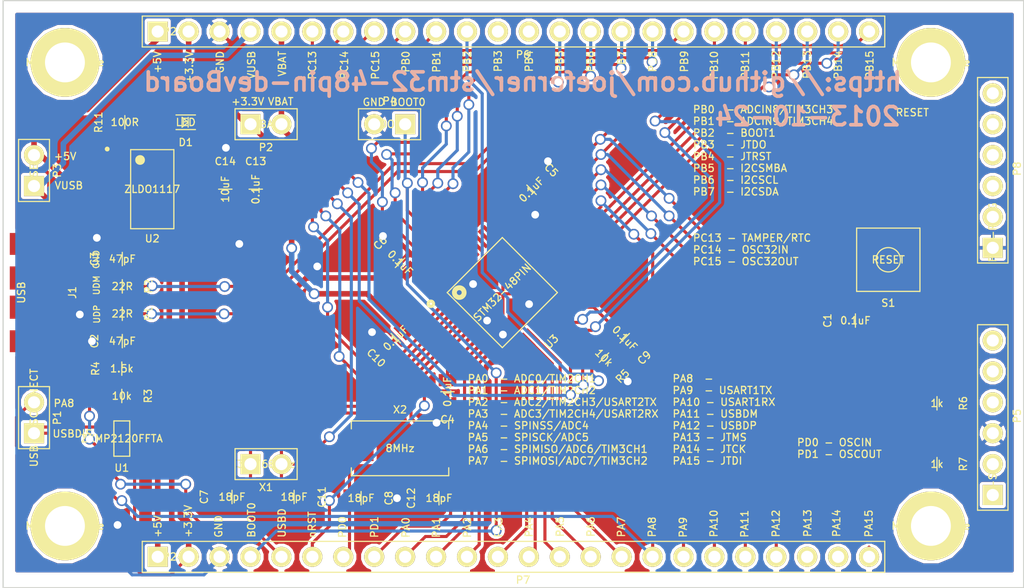
<source format=kicad_pcb>
(kicad_pcb (version 4) (host pcbnew "(2014-08-04 BZR 5052)-product")
  (layers (0 F.Cu signal) (31 B.Cu signal) (34 B.Paste user) (35 F.Paste user) (36 B.SilkS user) (37 F.SilkS user) (38 B.Mask user) (39 F.Mask user) (44 Edge.Cuts user))
  (net 0 "")
  (net 1 +3.3V)
  (net 2 +5V)
  (net 3 /BOOT0)
  (net 4 /PA0)
  (net 5 /PA1)
  (net 6 /PA10)
  (net 7 /PA11)
  (net 8 /PA12)
  (net 9 /PA13)
  (net 10 /PA14)
  (net 11 /PA15)
  (net 12 /PA2)
  (net 13 /PA3)
  (net 14 /PA4)
  (net 15 /PA5)
  (net 16 /PA6)
  (net 17 /PA7)
  (net 18 /PA8)
  (net 19 /PA9)
  (net 20 /PB0)
  (net 21 /PB1)
  (net 22 /PB10)
  (net 23 /PB11)
  (net 24 /PB12)
  (net 25 /PB13)
  (net 26 /PB14)
  (net 27 /PB15)
  (net 28 /PB2)
  (net 29 /PB3)
  (net 30 /PB4)
  (net 31 /PB5)
  (net 32 /PB6)
  (net 33 /PB7)
  (net 34 /PB8)
  (net 35 /PB9)
  (net 36 /PC13)
  (net 37 /PC14)
  (net 38 /PC15)
  (net 39 /PD0)
  (net 40 /PD1)
  (net 41 /USB-DISCONNECT)
  (net 42 /USBDM)
  (net 43 /USBDP)
  (net 44 /VBAT)
  (net 45 /VUSB)
  (net 46 /nRST)
  (net 47 GND)
  (net 48 "Net-(D1-Pad1)")
  (net 49 "Net-(R4-Pad2)")
  (net 50 "Net-(U2-Pad4)")
  (net 51 /SWCLK)
  (net 52 /SWDIO)
  (net 53 "Net-(P5-Pad6)")
  (net 54 "Net-(P8-Pad2)")
  (net 55 "Net-(P8-Pad3)")
  (net 56 "Net-(P8-Pad6)")
  (module kicadlib:HDRV6W66P254_1X6_1524X249X838P (layer F.Cu) (at 205.74 88.9 90)
    (fp_text reference P5 (at 6.5 2 90) (layer F.SilkS) (effects (font (size 0.6 0.6) (thickness 0.1))))
    (fp_text value ST-SWD (at 1.27 0 90) (layer F.SilkS) (effects (font (size 0.6 0.6) (thickness 0.1))))
    (pad 1 thru_hole rect (at 0 0 90) (size 1.65 1.65) (drill 1) (layers *.Cu *.Mask F.SilkS) (net 1 +3.3V))
    (pad 2 thru_hole circle (at 2.54 0 90) (size 1.65 1.65) (drill 1) (layers *.Cu *.Mask F.SilkS) (net 51 /SWCLK))
    (pad 3 thru_hole circle (at 5.08 0 90) (size 1.65 1.65) (drill 1) (layers *.Cu *.Mask F.SilkS) (net 47 GND))
    (pad 4 thru_hole circle (at 7.62 0 90) (size 1.65 1.65) (drill 1) (layers *.Cu *.Mask F.SilkS) (net 52 /SWDIO))
    (pad 5 thru_hole circle (at 10.16 0 90) (size 1.65 1.65) (drill 1) (layers *.Cu *.Mask F.SilkS) (net 46 /nRST))
    (pad 6 thru_hole circle (at 12.7 0 90) (size 1.65 1.65) (drill 1) (layers *.Cu *.Mask F.SilkS) (net 53 "Net-(P5-Pad6)"))
  )
  (module kicadlib:RESC2012X100N (layer F.Cu) (at 201.16 81.36)
    (fp_text reference R6 (at 2.159 0 90) (layer F.SilkS) (effects (font (size 0.6 0.6) (thickness 0.1))))
    (fp_text value 1k (at 0 0) (layer F.SilkS) (effects (font (size 0.6 0.6) (thickness 0.1))))
    (pad 1 smd rect (at -0.95 0) (size 1 1.45) (layers F.Cu F.Paste F.Mask) (net 9 /PA13))
    (pad 2 smd rect (at 0.95 0) (size 1 1.45) (layers F.Cu F.Paste F.Mask) (net 52 /SWDIO))
  )
  (module kicadlib:RESC2012X100N (layer F.Cu) (at 201.16 86.36)
    (fp_text reference R7 (at 2.159 0 90) (layer F.SilkS) (effects (font (size 0.6 0.6) (thickness 0.1))))
    (fp_text value 1k (at 0 0) (layer F.SilkS) (effects (font (size 0.6 0.6) (thickness 0.1))))
    (pad 1 smd rect (at -0.95 0) (size 1 1.45) (layers F.Cu F.Paste F.Mask) (net 10 /PA14))
    (pad 2 smd rect (at 0.95 0) (size 1 1.45) (layers F.Cu F.Paste F.Mask) (net 51 /SWCLK))
  )
  (module kicadlib:CAPC2012X100N (layer F.Cu) (at 194.46 74.56 180)
    (fp_text reference C1 (at 2.286 0 270) (layer F.SilkS) (effects (font (size 0.6 0.6) (thickness 0.1))))
    (fp_text value 0.1uF (at 0 0 180) (layer F.SilkS) (effects (font (size 0.6 0.6) (thickness 0.1))))
    (pad 1 smd rect (at -0.95 0 180) (size 1 1.45) (layers F.Cu F.Paste F.Mask) (net 46 /nRST))
    (pad 2 smd rect (at 0.95 0 180) (size 1 1.45) (layers F.Cu F.Paste F.Mask) (net 47 GND))
  )
  (module kicadlib:CAPC2012X100N (layer F.Cu) (at 134.25 76.25 180)
    (fp_text reference C2 (at 2.286 0 270) (layer F.SilkS) (effects (font (size 0.6 0.6) (thickness 0.1))))
    (fp_text value 47pF (at 0 0 180) (layer F.SilkS) (effects (font (size 0.6 0.6) (thickness 0.1))))
    (pad 1 smd rect (at -0.95 0 180) (size 1 1.45) (layers F.Cu F.Paste F.Mask) (net 8 /PA12))
    (pad 2 smd rect (at 0.95 0 180) (size 1 1.45) (layers F.Cu F.Paste F.Mask) (net 47 GND))
  )
  (module kicadlib:CAPC2012X100N (layer F.Cu) (at 134.25 69.5 180)
    (fp_text reference C3 (at 2.286 0 270) (layer F.SilkS) (effects (font (size 0.6 0.6) (thickness 0.1))))
    (fp_text value 47pF (at 0 0 180) (layer F.SilkS) (effects (font (size 0.6 0.6) (thickness 0.1))))
    (pad 1 smd rect (at -0.95 0 180) (size 1 1.45) (layers F.Cu F.Paste F.Mask) (net 7 /PA11))
    (pad 2 smd rect (at 0.95 0 180) (size 1 1.45) (layers F.Cu F.Paste F.Mask) (net 47 GND))
  )
  (module kicadlib:CAPC2012X100N (layer F.Cu) (at 160.96 80.41 270)
    (fp_text reference C4 (at 2.286 0 360) (layer F.SilkS) (effects (font (size 0.6 0.6) (thickness 0.1))))
    (fp_text value 0.1uF (at 0 0 270) (layer F.SilkS) (effects (font (size 0.6 0.6) (thickness 0.1))))
    (pad 1 smd rect (at -0.95 0 270) (size 1 1.45) (layers F.Cu F.Paste F.Mask) (net 1 +3.3V))
    (pad 2 smd rect (at 0.95 0 270) (size 1 1.45) (layers F.Cu F.Paste F.Mask) (net 47 GND))
  )
  (module kicadlib:CAPC2012X100N (layer F.Cu) (at 167.86 63.81 45)
    (fp_text reference C5 (at 2.286 0 135) (layer F.SilkS) (effects (font (size 0.6 0.6) (thickness 0.1))))
    (fp_text value 0.1uF (at 0 0 45) (layer F.SilkS) (effects (font (size 0.6 0.6) (thickness 0.1))))
    (pad 1 smd rect (at -0.95 0 45) (size 1 1.45) (layers F.Cu F.Paste F.Mask) (net 1 +3.3V))
    (pad 2 smd rect (at 0.95 0 45) (size 1 1.45) (layers F.Cu F.Paste F.Mask) (net 47 GND))
  )
  (module kicadlib:CAPC2012X100N (layer F.Cu) (at 157.06 69.81 135)
    (fp_text reference C6 (at 2.286 0 225) (layer F.SilkS) (effects (font (size 0.6 0.6) (thickness 0.1))))
    (fp_text value 0.1uF (at 0 0 135) (layer F.SilkS) (effects (font (size 0.6 0.6) (thickness 0.1))))
    (pad 1 smd rect (at -0.95 0 135) (size 1 1.45) (layers F.Cu F.Paste F.Mask) (net 1 +3.3V))
    (pad 2 smd rect (at 0.95 0 135) (size 1 1.45) (layers F.Cu F.Paste F.Mask) (net 47 GND))
  )
  (module kicadlib:CAPC2012X100N (layer F.Cu) (at 143.26 89.06 180)
    (fp_text reference C7 (at 2.286 0 270) (layer F.SilkS) (effects (font (size 0.6 0.6) (thickness 0.1))))
    (fp_text value 18pF (at 0 0 180) (layer F.SilkS) (effects (font (size 0.6 0.6) (thickness 0.1))))
    (pad 1 smd rect (at -0.95 0 180) (size 1 1.45) (layers F.Cu F.Paste F.Mask) (net 37 /PC14))
    (pad 2 smd rect (at 0.95 0 180) (size 1 1.45) (layers F.Cu F.Paste F.Mask) (net 47 GND))
  )
  (module kicadlib:CAPC2012X100N (layer F.Cu) (at 153.86 89.16)
    (fp_text reference C8 (at 2.286 0 90) (layer F.SilkS) (effects (font (size 0.6 0.6) (thickness 0.1))))
    (fp_text value 18pF (at 0 0) (layer F.SilkS) (effects (font (size 0.6 0.6) (thickness 0.1))))
    (pad 1 smd rect (at -0.95 0) (size 1 1.45) (layers F.Cu F.Paste F.Mask) (net 39 /PD0))
    (pad 2 smd rect (at 0.95 0) (size 1 1.45) (layers F.Cu F.Paste F.Mask) (net 47 GND))
  )
  (module kicadlib:CAPC2012X100N (layer F.Cu) (at 175.51 76.01 315)
    (fp_text reference C9 (at 2.286 0 405) (layer F.SilkS) (effects (font (size 0.6 0.6) (thickness 0.1))))
    (fp_text value 0.1uF (at 0 0 315) (layer F.SilkS) (effects (font (size 0.6 0.6) (thickness 0.1))))
    (pad 1 smd rect (at -0.95 0 315) (size 1 1.45) (layers F.Cu F.Paste F.Mask) (net 1 +3.3V))
    (pad 2 smd rect (at 0.95 0 315) (size 1 1.45) (layers F.Cu F.Paste F.Mask) (net 47 GND))
  )
  (module kicadlib:CAPC2012X100N (layer F.Cu) (at 156.71 76.01 225)
    (fp_text reference C10 (at 2.286 0 315) (layer F.SilkS) (effects (font (size 0.6 0.6) (thickness 0.1))))
    (fp_text value 0.1uF (at 0 0 225) (layer F.SilkS) (effects (font (size 0.6 0.6) (thickness 0.1))))
    (pad 1 smd rect (at -0.95 0 225) (size 1 1.45) (layers F.Cu F.Paste F.Mask) (net 44 /VBAT))
    (pad 2 smd rect (at 0.95 0 225) (size 1 1.45) (layers F.Cu F.Paste F.Mask) (net 47 GND))
  )
  (module kicadlib:CAPC2012X100N (layer F.Cu) (at 148.36 89.06)
    (fp_text reference C11 (at 2.286 0 90) (layer F.SilkS) (effects (font (size 0.6 0.6) (thickness 0.1))))
    (fp_text value 18pF (at 0 0) (layer F.SilkS) (effects (font (size 0.6 0.6) (thickness 0.1))))
    (pad 1 smd rect (at -0.95 0) (size 1 1.45) (layers F.Cu F.Paste F.Mask) (net 38 /PC15))
    (pad 2 smd rect (at 0.95 0) (size 1 1.45) (layers F.Cu F.Paste F.Mask) (net 47 GND))
  )
  (module kicadlib:CAPC2012X100N (layer F.Cu) (at 160.26 89.16 180)
    (fp_text reference C12 (at 2.286 0 270) (layer F.SilkS) (effects (font (size 0.6 0.6) (thickness 0.1))))
    (fp_text value 18pF (at 0 0 180) (layer F.SilkS) (effects (font (size 0.6 0.6) (thickness 0.1))))
    (pad 1 smd rect (at -0.95 0 180) (size 1 1.45) (layers F.Cu F.Paste F.Mask) (net 40 /PD1))
    (pad 2 smd rect (at 0.95 0 180) (size 1 1.45) (layers F.Cu F.Paste F.Mask) (net 47 GND))
  )
  (module kicadlib:CAPC2012X100N (layer F.Cu) (at 145.21 63.76 90)
    (fp_text reference C13 (at 2.286 0 180) (layer F.SilkS) (effects (font (size 0.6 0.6) (thickness 0.1))))
    (fp_text value 0.1uF (at 0 0 90) (layer F.SilkS) (effects (font (size 0.6 0.6) (thickness 0.1))))
    (pad 1 smd rect (at -0.95 0 90) (size 1 1.45) (layers F.Cu F.Paste F.Mask) (net 1 +3.3V))
    (pad 2 smd rect (at 0.95 0 90) (size 1 1.45) (layers F.Cu F.Paste F.Mask) (net 47 GND))
  )
  (module kicadlib:CAPC2012X100N (layer F.Cu) (at 142.71 63.76 90)
    (fp_text reference C14 (at 2.286 0 180) (layer F.SilkS) (effects (font (size 0.6 0.6) (thickness 0.1))))
    (fp_text value 10uF (at 0 0 90) (layer F.SilkS) (effects (font (size 0.6 0.6) (thickness 0.1))))
    (pad 1 smd rect (at -0.95 0 90) (size 1 1.45) (layers F.Cu F.Paste F.Mask) (net 1 +3.3V))
    (pad 2 smd rect (at 0.95 0 90) (size 1 1.45) (layers F.Cu F.Paste F.Mask) (net 47 GND))
  )
  (module kicadlib:LEDC3216X100N (layer F.Cu) (at 139.46 58.26)
    (fp_text reference D1 (at 0 1.651) (layer F.SilkS) (effects (font (size 0.6 0.6) (thickness 0.1))))
    (fp_text value LED (at 0 0) (layer F.SilkS) (effects (font (size 0.6 0.6) (thickness 0.1))))
    (pad 1 smd rect (at -1.5 0) (size 1.05 1.75) (layers F.Cu F.Paste F.Mask) (net 48 "Net-(D1-Pad1)"))
    (pad 2 smd rect (at 1.5 0) (size 1.05 1.75) (layers F.Cu F.Paste F.Mask) (net 47 GND))
  )
  (module kicadlib:JST_UB-MC5BR3-SD204-4S-NMP (layer F.Cu) (at 125.96 72.26 270)
    (fp_text reference J1 (at 0 -4.191 270) (layer F.SilkS) (effects (font (size 0.6 0.6) (thickness 0.1))))
    (fp_text value USB (at 0 0 270) (layer F.SilkS) (effects (font (size 0.6 0.6) (thickness 0.1))))
    (pad 1 smd rect (at -1.3 -2.95 270) (size 0.4 1.9) (layers F.Cu F.Paste F.Mask) (net 45 /VUSB))
    (pad 2 smd rect (at -0.65 -2.95 270) (size 0.4 1.9) (layers F.Cu F.Paste F.Mask) (net 42 /USBDM))
    (pad 3 smd rect (at 0 -2.95 270) (size 0.4 1.9) (layers F.Cu F.Paste F.Mask) (net 43 /USBDP))
    (pad 4 smd rect (at 0.65 -2.95 270) (size 0.4 1.9) (layers F.Cu F.Paste F.Mask))
    (pad 5 smd rect (at 1.3 -2.95 270) (size 0.4 1.9) (layers F.Cu F.Paste F.Mask) (net 47 GND))
    (pad "" smd rect (at -3.2 -2.35 270) (size 1.6 1.4) (layers F.Cu F.Paste F.Mask))
    (pad "" smd rect (at 3.2 -2.35 270) (size 1.6 1.4) (layers F.Cu F.Paste F.Mask))
    (pad "" smd rect (at -4 0 270) (size 1.8 1.9) (layers F.Cu F.Paste F.Mask))
    (pad "" smd rect (at 4 0 270) (size 1.8 1.9) (layers F.Cu F.Paste F.Mask))
    (pad "" smd rect (at -1.2 0 270) (size 1.9 1.9) (layers F.Cu F.Paste F.Mask))
    (pad "" smd rect (at 1.2 0 270) (size 1.9 1.9) (layers F.Cu F.Paste F.Mask))
  )
  (module kicadlib:MTGNP565H328Z565P (layer F.Cu) (at 200.66 53.34)
    (fp_text reference M1 hide)
    (fp_text value "Mounting Hole" (at 0 0) (layer F.SilkS) (effects (font (size 0.6 0.6) (thickness 0.1))))
    (pad "" thru_hole circle (at 0 0) (size 5.65 5.65) (drill 3.2766) (layers *.Cu *.Mask F.SilkS))
  )
  (module kicadlib:MTGNP565H328Z565P (layer F.Cu) (at 200.66 91.44)
    (fp_text reference M2 hide)
    (fp_text value "Mounting Hole" (at 0 0) (layer F.SilkS) (effects (font (size 0.6 0.6) (thickness 0.1))))
    (pad "" thru_hole circle (at 0 0) (size 5.65 5.65) (drill 3.2766) (layers *.Cu *.Mask F.SilkS))
  )
  (module kicadlib:MTGNP565H328Z565P (layer F.Cu) (at 129.54 91.44)
    (fp_text reference M3 hide)
    (fp_text value "Mounting Hole" (at 0 0) (layer F.SilkS) (effects (font (size 0.6 0.6) (thickness 0.1))))
    (pad "" thru_hole circle (at 0 0) (size 5.65 5.65) (drill 3.2766) (layers *.Cu *.Mask F.SilkS))
  )
  (module kicadlib:MTGNP565H328Z565P (layer F.Cu) (at 129.54 53.34)
    (fp_text reference M4 hide)
    (fp_text value "Mounting Hole" (at 0 0) (layer F.SilkS) (effects (font (size 0.6 0.6) (thickness 0.1))))
    (pad "" thru_hole circle (at 0 0) (size 5.65 5.65) (drill 3.2766) (layers *.Cu *.Mask F.SilkS))
  )
  (module kicadlib:HDRV2W66P254_1X2_508X249X838P (layer F.Cu) (at 127 83.82 90)
    (fp_text reference P1 (at 1.27 1.905 90) (layer F.SilkS) (effects (font (size 0.6 0.6) (thickness 0.1))))
    (fp_text value USB-DISCONNECT (at 1.27 0 90) (layer F.SilkS) (effects (font (size 0.6 0.6) (thickness 0.1))))
    (pad 1 thru_hole rect (at 0 0 90) (size 1.65 1.65) (drill 1) (layers *.Cu *.Mask F.SilkS) (net 41 /USB-DISCONNECT))
    (pad 2 thru_hole circle (at 2.54 0 90) (size 1.65 1.65) (drill 1) (layers *.Cu *.Mask F.SilkS) (net 18 /PA8))
  )
  (module kicadlib:HDRV2W66P254_1X2_508X249X838P (layer F.Cu) (at 144.78 58.42)
    (fp_text reference P2 (at 1.27 1.905) (layer F.SilkS) (effects (font (size 0.6 0.6) (thickness 0.1))))
    (fp_text value VBAT (at 1.27 0) (layer F.SilkS) (effects (font (size 0.6 0.6) (thickness 0.1))))
    (pad 1 thru_hole rect (at 0 0) (size 1.65 1.65) (drill 1) (layers *.Cu *.Mask F.SilkS) (net 1 +3.3V))
    (pad 2 thru_hole circle (at 2.54 0) (size 1.65 1.65) (drill 1) (layers *.Cu *.Mask F.SilkS) (net 44 /VBAT))
  )
  (module kicadlib:HDRV2W66P254_1X2_508X249X838P (layer F.Cu) (at 127 63.5 90)
    (fp_text reference P3 (at 1.27 1.905 90) (layer F.SilkS) (effects (font (size 0.6 0.6) (thickness 0.1))))
    (fp_text value VSEL (at 1.27 0 90) (layer F.SilkS) (effects (font (size 0.6 0.6) (thickness 0.1))))
    (pad 1 thru_hole rect (at 0 0 90) (size 1.65 1.65) (drill 1) (layers *.Cu *.Mask F.SilkS) (net 45 /VUSB))
    (pad 2 thru_hole circle (at 2.54 0 90) (size 1.65 1.65) (drill 1) (layers *.Cu *.Mask F.SilkS) (net 2 +5V))
  )
  (module kicadlib:HDRV2W66P254_1X2_508X249X838P (layer F.Cu) (at 157.48 58.42 180)
    (fp_text reference P4 (at 1.27 1.905 180) (layer F.SilkS) (effects (font (size 0.6 0.6) (thickness 0.1))))
    (fp_text value BOOT0 (at 1.27 0 180) (layer F.SilkS) (effects (font (size 0.6 0.6) (thickness 0.1))))
    (pad 1 thru_hole rect (at 0 0 180) (size 1.65 1.65) (drill 1) (layers *.Cu *.Mask F.SilkS) (net 3 /BOOT0))
    (pad 2 thru_hole circle (at 2.54 0 180) (size 1.65 1.65) (drill 1) (layers *.Cu *.Mask F.SilkS) (net 47 GND))
  )
  (module kicadlib:HDRV24W66P254_1X24_6096X249X838P (layer F.Cu) (at 137.16 50.8)
    (fp_text reference P6 (at 30 1.905) (layer F.SilkS) (effects (font (size 0.6 0.6) (thickness 0.1))))
    (fp_text value P24 (at 1.27 0) (layer F.SilkS) (effects (font (size 0.6 0.6) (thickness 0.1))))
    (pad 1 thru_hole rect (at 0 0) (size 1.65 1.65) (drill 1) (layers *.Cu *.Mask F.SilkS) (net 2 +5V))
    (pad 2 thru_hole circle (at 2.54 0) (size 1.65 1.65) (drill 1) (layers *.Cu *.Mask F.SilkS) (net 1 +3.3V))
    (pad 3 thru_hole circle (at 5.08 0) (size 1.65 1.65) (drill 1) (layers *.Cu *.Mask F.SilkS) (net 47 GND))
    (pad 4 thru_hole circle (at 7.62 0) (size 1.65 1.65) (drill 1) (layers *.Cu *.Mask F.SilkS) (net 45 /VUSB))
    (pad 5 thru_hole circle (at 10.16 0) (size 1.65 1.65) (drill 1) (layers *.Cu *.Mask F.SilkS) (net 44 /VBAT))
    (pad 6 thru_hole circle (at 12.7 0) (size 1.65 1.65) (drill 1) (layers *.Cu *.Mask F.SilkS) (net 36 /PC13))
    (pad 7 thru_hole circle (at 15.24 0) (size 1.65 1.65) (drill 1) (layers *.Cu *.Mask F.SilkS) (net 37 /PC14))
    (pad 8 thru_hole circle (at 17.78 0) (size 1.65 1.65) (drill 1) (layers *.Cu *.Mask F.SilkS) (net 38 /PC15))
    (pad 9 thru_hole circle (at 20.32 0) (size 1.65 1.65) (drill 1) (layers *.Cu *.Mask F.SilkS) (net 20 /PB0))
    (pad 10 thru_hole circle (at 22.86 0) (size 1.65 1.65) (drill 1) (layers *.Cu *.Mask F.SilkS) (net 21 /PB1))
    (pad 11 thru_hole circle (at 25.4 0) (size 1.65 1.65) (drill 1) (layers *.Cu *.Mask F.SilkS) (net 28 /PB2))
    (pad 12 thru_hole circle (at 27.94 0) (size 1.65 1.65) (drill 1) (layers *.Cu *.Mask F.SilkS) (net 29 /PB3))
    (pad 13 thru_hole circle (at 30.48 0) (size 1.65 1.65) (drill 1) (layers *.Cu *.Mask F.SilkS) (net 30 /PB4))
    (pad 14 thru_hole circle (at 33.02 0) (size 1.65 1.65) (drill 1) (layers *.Cu *.Mask F.SilkS) (net 31 /PB5))
    (pad 15 thru_hole circle (at 35.56 0) (size 1.65 1.65) (drill 1) (layers *.Cu *.Mask F.SilkS) (net 32 /PB6))
    (pad 16 thru_hole circle (at 38.1 0) (size 1.65 1.65) (drill 1) (layers *.Cu *.Mask F.SilkS) (net 33 /PB7))
    (pad 17 thru_hole circle (at 40.64 0) (size 1.65 1.65) (drill 1) (layers *.Cu *.Mask F.SilkS) (net 34 /PB8))
    (pad 18 thru_hole circle (at 43.18 0) (size 1.65 1.65) (drill 1) (layers *.Cu *.Mask F.SilkS) (net 35 /PB9))
    (pad 19 thru_hole circle (at 45.72 0) (size 1.65 1.65) (drill 1) (layers *.Cu *.Mask F.SilkS) (net 22 /PB10))
    (pad 20 thru_hole circle (at 48.26 0) (size 1.65 1.65) (drill 1) (layers *.Cu *.Mask F.SilkS) (net 23 /PB11))
    (pad 21 thru_hole circle (at 50.8 0) (size 1.65 1.65) (drill 1) (layers *.Cu *.Mask F.SilkS) (net 24 /PB12))
    (pad 22 thru_hole circle (at 53.34 0) (size 1.65 1.65) (drill 1) (layers *.Cu *.Mask F.SilkS) (net 25 /PB13))
    (pad 23 thru_hole circle (at 55.88 0) (size 1.65 1.65) (drill 1) (layers *.Cu *.Mask F.SilkS) (net 26 /PB14))
    (pad 24 thru_hole circle (at 58.42 0) (size 1.65 1.65) (drill 1) (layers *.Cu *.Mask F.SilkS) (net 27 /PB15))
  )
  (module kicadlib:HDRV24W66P254_1X24_6096X249X838P (layer F.Cu) (at 137.16 93.98)
    (fp_text reference P7 (at 30 1.905) (layer F.SilkS) (effects (font (size 0.6 0.6) (thickness 0.1))))
    (fp_text value P24 (at 1.27 0) (layer F.SilkS) (effects (font (size 0.6 0.6) (thickness 0.1))))
    (pad 1 thru_hole rect (at 0 0) (size 1.65 1.65) (drill 1) (layers *.Cu *.Mask F.SilkS) (net 2 +5V))
    (pad 2 thru_hole circle (at 2.54 0) (size 1.65 1.65) (drill 1) (layers *.Cu *.Mask F.SilkS) (net 1 +3.3V))
    (pad 3 thru_hole circle (at 5.08 0) (size 1.65 1.65) (drill 1) (layers *.Cu *.Mask F.SilkS) (net 47 GND))
    (pad 4 thru_hole circle (at 7.62 0) (size 1.65 1.65) (drill 1) (layers *.Cu *.Mask F.SilkS) (net 3 /BOOT0))
    (pad 5 thru_hole circle (at 10.16 0) (size 1.65 1.65) (drill 1) (layers *.Cu *.Mask F.SilkS) (net 41 /USB-DISCONNECT))
    (pad 6 thru_hole circle (at 12.7 0) (size 1.65 1.65) (drill 1) (layers *.Cu *.Mask F.SilkS) (net 46 /nRST))
    (pad 7 thru_hole circle (at 15.24 0) (size 1.65 1.65) (drill 1) (layers *.Cu *.Mask F.SilkS) (net 39 /PD0))
    (pad 8 thru_hole circle (at 17.78 0) (size 1.65 1.65) (drill 1) (layers *.Cu *.Mask F.SilkS) (net 40 /PD1))
    (pad 9 thru_hole circle (at 20.32 0) (size 1.65 1.65) (drill 1) (layers *.Cu *.Mask F.SilkS) (net 4 /PA0))
    (pad 10 thru_hole circle (at 22.86 0) (size 1.65 1.65) (drill 1) (layers *.Cu *.Mask F.SilkS) (net 5 /PA1))
    (pad 11 thru_hole circle (at 25.4 0) (size 1.65 1.65) (drill 1) (layers *.Cu *.Mask F.SilkS) (net 12 /PA2))
    (pad 12 thru_hole circle (at 27.94 0) (size 1.65 1.65) (drill 1) (layers *.Cu *.Mask F.SilkS) (net 13 /PA3))
    (pad 13 thru_hole circle (at 30.48 0) (size 1.65 1.65) (drill 1) (layers *.Cu *.Mask F.SilkS) (net 14 /PA4))
    (pad 14 thru_hole circle (at 33.02 0) (size 1.65 1.65) (drill 1) (layers *.Cu *.Mask F.SilkS) (net 15 /PA5))
    (pad 15 thru_hole circle (at 35.56 0) (size 1.65 1.65) (drill 1) (layers *.Cu *.Mask F.SilkS) (net 16 /PA6))
    (pad 16 thru_hole circle (at 38.1 0) (size 1.65 1.65) (drill 1) (layers *.Cu *.Mask F.SilkS) (net 17 /PA7))
    (pad 17 thru_hole circle (at 40.64 0) (size 1.65 1.65) (drill 1) (layers *.Cu *.Mask F.SilkS) (net 18 /PA8))
    (pad 18 thru_hole circle (at 43.18 0) (size 1.65 1.65) (drill 1) (layers *.Cu *.Mask F.SilkS) (net 19 /PA9))
    (pad 19 thru_hole circle (at 45.72 0) (size 1.65 1.65) (drill 1) (layers *.Cu *.Mask F.SilkS) (net 6 /PA10))
    (pad 20 thru_hole circle (at 48.26 0) (size 1.65 1.65) (drill 1) (layers *.Cu *.Mask F.SilkS) (net 7 /PA11))
    (pad 21 thru_hole circle (at 50.8 0) (size 1.65 1.65) (drill 1) (layers *.Cu *.Mask F.SilkS) (net 8 /PA12))
    (pad 22 thru_hole circle (at 53.34 0) (size 1.65 1.65) (drill 1) (layers *.Cu *.Mask F.SilkS) (net 9 /PA13))
    (pad 23 thru_hole circle (at 55.88 0) (size 1.65 1.65) (drill 1) (layers *.Cu *.Mask F.SilkS) (net 10 /PA14))
    (pad 24 thru_hole circle (at 58.42 0) (size 1.65 1.65) (drill 1) (layers *.Cu *.Mask F.SilkS) (net 11 /PA15))
  )
  (module kicadlib:RESC2012X100N (layer F.Cu) (at 134.25 74)
    (fp_text reference R1 (at 2.159 0 90) (layer F.SilkS) (effects (font (size 0.6 0.6) (thickness 0.1))))
    (fp_text value 22R (at 0 0) (layer F.SilkS) (effects (font (size 0.6 0.6) (thickness 0.1))))
    (pad 1 smd rect (at -0.95 0) (size 1 1.45) (layers F.Cu F.Paste F.Mask) (net 43 /USBDP))
    (pad 2 smd rect (at 0.95 0) (size 1 1.45) (layers F.Cu F.Paste F.Mask) (net 8 /PA12))
  )
  (module kicadlib:RESC2012X100N (layer F.Cu) (at 134.25 71.75)
    (fp_text reference R2 (at 2.159 0 90) (layer F.SilkS) (effects (font (size 0.6 0.6) (thickness 0.1))))
    (fp_text value 22R (at 0 0) (layer F.SilkS) (effects (font (size 0.6 0.6) (thickness 0.1))))
    (pad 1 smd rect (at -0.95 0) (size 1 1.45) (layers F.Cu F.Paste F.Mask) (net 42 /USBDM))
    (pad 2 smd rect (at 0.95 0) (size 1 1.45) (layers F.Cu F.Paste F.Mask) (net 7 /PA11))
  )
  (module kicadlib:RESC2012X100N (layer F.Cu) (at 134.21 80.76)
    (fp_text reference R3 (at 2.159 0 90) (layer F.SilkS) (effects (font (size 0.6 0.6) (thickness 0.1))))
    (fp_text value 10k (at 0 0) (layer F.SilkS) (effects (font (size 0.6 0.6) (thickness 0.1))))
    (pad 1 smd rect (at -0.95 0) (size 1 1.45) (layers F.Cu F.Paste F.Mask) (net 41 /USB-DISCONNECT))
    (pad 2 smd rect (at 0.95 0) (size 1 1.45) (layers F.Cu F.Paste F.Mask) (net 1 +3.3V))
  )
  (module kicadlib:RESC2012X100N (layer F.Cu) (at 134.21 78.51 180)
    (fp_text reference R4 (at 2.159 0 270) (layer F.SilkS) (effects (font (size 0.6 0.6) (thickness 0.1))))
    (fp_text value 1.5k (at 0 0 180) (layer F.SilkS) (effects (font (size 0.6 0.6) (thickness 0.1))))
    (pad 1 smd rect (at -0.95 0 180) (size 1 1.45) (layers F.Cu F.Paste F.Mask) (net 8 /PA12))
    (pad 2 smd rect (at 0.95 0 180) (size 1 1.45) (layers F.Cu F.Paste F.Mask) (net 49 "Net-(R4-Pad2)"))
  )
  (module kicadlib:RESC2012X100N (layer F.Cu) (at 173.81 77.61 315)
    (fp_text reference R5 (at 2.159 0 405) (layer F.SilkS) (effects (font (size 0.6 0.6) (thickness 0.1))))
    (fp_text value 10k (at 0 0 315) (layer F.SilkS) (effects (font (size 0.6 0.6) (thickness 0.1))))
    (pad 1 smd rect (at -0.95 0 315) (size 1 1.45) (layers F.Cu F.Paste F.Mask) (net 28 /PB2))
    (pad 2 smd rect (at 0.95 0 315) (size 1 1.45) (layers F.Cu F.Paste F.Mask) (net 47 GND))
  )
  (module kicadlib:RESC2012X100N (layer F.Cu) (at 134.46 58.26 180)
    (fp_text reference R11 (at 2.159 0 270) (layer F.SilkS) (effects (font (size 0.6 0.6) (thickness 0.1))))
    (fp_text value 100R (at 0 0 180) (layer F.SilkS) (effects (font (size 0.6 0.6) (thickness 0.1))))
    (pad 1 smd rect (at -0.95 0 180) (size 1 1.45) (layers F.Cu F.Paste F.Mask) (net 48 "Net-(D1-Pad1)"))
    (pad 2 smd rect (at 0.95 0 180) (size 1 1.45) (layers F.Cu F.Paste F.Mask) (net 1 +3.3V))
  )
  (module kicadlib:CKCOMP-PTS525SM10SMTR (layer F.Cu) (at 197.16 69.56)
    (fp_text reference S1 (at 0 3.556) (layer F.SilkS) (effects (font (size 0.6 0.6) (thickness 0.1))))
    (fp_text value RESET (at 0 0) (layer F.SilkS) (effects (font (size 0.6 0.6) (thickness 0.1))))
    (pad 1 smd rect (at -3.1 -1.85) (size 1.8 1.1) (layers F.Cu F.Paste F.Mask) (net 47 GND))
    (pad 2 smd rect (at 3.1 -1.85) (size 1.8 1.1) (layers F.Cu F.Paste F.Mask) (net 47 GND))
    (pad 3 smd rect (at -3.1 1.85) (size 1.8 1.1) (layers F.Cu F.Paste F.Mask) (net 46 /nRST))
    (pad 4 smd rect (at 3.1 1.85) (size 1.8 1.1) (layers F.Cu F.Paste F.Mask) (net 46 /nRST))
  )
  (module kicadlib:SOT95P237X112_123-3N (layer F.Cu) (at 134.21 84.26)
    (fp_text reference U1 (at 0 2.413) (layer F.SilkS) (effects (font (size 0.6 0.6) (thickness 0.1))))
    (fp_text value ZXMP2120FFTA (at 0 0) (layer F.SilkS) (effects (font (size 0.6 0.6) (thickness 0.1))))
    (pad 1 smd rect (at -1.05 -0.95) (size 1.3 0.6) (layers F.Cu F.Paste F.Mask) (net 41 /USB-DISCONNECT))
    (pad 2 smd rect (at -1.05 0.95) (size 1.3 0.6) (layers F.Cu F.Paste F.Mask) (net 49 "Net-(R4-Pad2)"))
    (pad 3 smd rect (at 1.05 0) (size 1.3 0.6) (layers F.Cu F.Paste F.Mask) (net 1 +3.3V))
  )
  (module kicadlib:SOT230P700X180-4N (layer F.Cu) (at 136.71 63.76)
    (fp_text reference U2 (at 0 4.064) (layer F.SilkS) (effects (font (size 0.6 0.6) (thickness 0.1))))
    (fp_text value ZLDO1117 (at 0 0) (layer F.SilkS) (effects (font (size 0.6 0.6) (thickness 0.1))))
    (pad 1 smd rect (at -3 -2.3) (size 1.8 0.9) (layers F.Cu F.Paste F.Mask) (net 47 GND))
    (pad 2 smd rect (at -3 0) (size 1.8 0.9) (layers F.Cu F.Paste F.Mask) (net 1 +3.3V))
    (pad 3 smd rect (at -3 2.3) (size 1.8 0.9) (layers F.Cu F.Paste F.Mask) (net 2 +5V))
    (pad 4 smd rect (at 3 0) (size 1.8 3.2) (layers F.Cu F.Paste F.Mask) (net 50 "Net-(U2-Pad4)"))
  )
  (module kicadlib:QFP50P900X900X160-48N (layer F.Cu) (at 165.46 72.26 45)
    (fp_text reference U3 (at 0 5.715 45) (layer F.SilkS) (effects (font (size 0.6 0.6) (thickness 0.1))))
    (fp_text value STM32-48PIN (at 0 0 45) (layer F.SilkS) (effects (font (size 0.6 0.6) (thickness 0.1))))
    (pad 1 smd rect (at -4.25 -2.75 45) (size 1.45 0.3) (layers F.Cu F.Paste F.Mask) (net 44 /VBAT))
    (pad 2 smd rect (at -4.25 -2.25 45) (size 1.45 0.3) (layers F.Cu F.Paste F.Mask) (net 36 /PC13))
    (pad 3 smd rect (at -4.25 -1.75 45) (size 1.45 0.3) (layers F.Cu F.Paste F.Mask) (net 37 /PC14))
    (pad 4 smd rect (at -4.25 -1.25 45) (size 1.45 0.3) (layers F.Cu F.Paste F.Mask) (net 38 /PC15))
    (pad 5 smd rect (at -4.25 -0.75 45) (size 1.45 0.3) (layers F.Cu F.Paste F.Mask) (net 39 /PD0))
    (pad 6 smd rect (at -4.25 -0.25 45) (size 1.45 0.3) (layers F.Cu F.Paste F.Mask) (net 40 /PD1))
    (pad 7 smd rect (at -4.25 0.25 45) (size 1.45 0.3) (layers F.Cu F.Paste F.Mask) (net 46 /nRST))
    (pad 8 smd rect (at -4.25 0.75 45) (size 1.45 0.3) (layers F.Cu F.Paste F.Mask) (net 47 GND))
    (pad 9 smd rect (at -4.25 1.25 45) (size 1.45 0.3) (layers F.Cu F.Paste F.Mask) (net 1 +3.3V))
    (pad 10 smd rect (at -4.25 1.75 45) (size 1.45 0.3) (layers F.Cu F.Paste F.Mask) (net 4 /PA0))
    (pad 11 smd rect (at -4.25 2.25 45) (size 1.45 0.3) (layers F.Cu F.Paste F.Mask) (net 5 /PA1))
    (pad 12 smd rect (at -4.25 2.75 45) (size 1.45 0.3) (layers F.Cu F.Paste F.Mask) (net 12 /PA2))
    (pad 13 smd rect (at -2.75 4.25 45) (size 0.3 1.45) (layers F.Cu F.Paste F.Mask) (net 13 /PA3))
    (pad 14 smd rect (at -2.25 4.25 45) (size 0.3 1.45) (layers F.Cu F.Paste F.Mask) (net 14 /PA4))
    (pad 15 smd rect (at -1.75 4.25 45) (size 0.3 1.45) (layers F.Cu F.Paste F.Mask) (net 15 /PA5))
    (pad 16 smd rect (at -1.25 4.25 45) (size 0.3 1.45) (layers F.Cu F.Paste F.Mask) (net 16 /PA6))
    (pad 17 smd rect (at -0.75 4.25 45) (size 0.3 1.45) (layers F.Cu F.Paste F.Mask) (net 17 /PA7))
    (pad 18 smd rect (at -0.25 4.25 45) (size 0.3 1.45) (layers F.Cu F.Paste F.Mask) (net 20 /PB0))
    (pad 19 smd rect (at 0.25 4.25 45) (size 0.3 1.45) (layers F.Cu F.Paste F.Mask) (net 21 /PB1))
    (pad 20 smd rect (at 0.75 4.25 45) (size 0.3 1.45) (layers F.Cu F.Paste F.Mask) (net 28 /PB2))
    (pad 21 smd rect (at 1.25 4.25 45) (size 0.3 1.45) (layers F.Cu F.Paste F.Mask) (net 22 /PB10))
    (pad 22 smd rect (at 1.75 4.25 45) (size 0.3 1.45) (layers F.Cu F.Paste F.Mask) (net 23 /PB11))
    (pad 23 smd rect (at 2.25 4.25 45) (size 0.3 1.45) (layers F.Cu F.Paste F.Mask) (net 47 GND))
    (pad 24 smd rect (at 2.75 4.25 45) (size 0.3 1.45) (layers F.Cu F.Paste F.Mask) (net 1 +3.3V))
    (pad 25 smd rect (at 4.25 2.75 45) (size 1.45 0.3) (layers F.Cu F.Paste F.Mask) (net 24 /PB12))
    (pad 26 smd rect (at 4.25 2.25 45) (size 1.45 0.3) (layers F.Cu F.Paste F.Mask) (net 25 /PB13))
    (pad 27 smd rect (at 4.25 1.75 45) (size 1.45 0.3) (layers F.Cu F.Paste F.Mask) (net 26 /PB14))
    (pad 28 smd rect (at 4.25 1.25 45) (size 1.45 0.3) (layers F.Cu F.Paste F.Mask) (net 27 /PB15))
    (pad 29 smd rect (at 4.25 0.75 45) (size 1.45 0.3) (layers F.Cu F.Paste F.Mask) (net 18 /PA8))
    (pad 30 smd rect (at 4.25 0.25 45) (size 1.45 0.3) (layers F.Cu F.Paste F.Mask) (net 19 /PA9))
    (pad 31 smd rect (at 4.25 -0.25 45) (size 1.45 0.3) (layers F.Cu F.Paste F.Mask) (net 6 /PA10))
    (pad 32 smd rect (at 4.25 -0.75 45) (size 1.45 0.3) (layers F.Cu F.Paste F.Mask) (net 7 /PA11))
    (pad 33 smd rect (at 4.25 -1.25 45) (size 1.45 0.3) (layers F.Cu F.Paste F.Mask) (net 8 /PA12))
    (pad 34 smd rect (at 4.25 -1.75 45) (size 1.45 0.3) (layers F.Cu F.Paste F.Mask) (net 52 /SWDIO))
    (pad 35 smd rect (at 4.25 -2.25 45) (size 1.45 0.3) (layers F.Cu F.Paste F.Mask) (net 47 GND))
    (pad 36 smd rect (at 4.25 -2.75 45) (size 1.45 0.3) (layers F.Cu F.Paste F.Mask) (net 1 +3.3V))
    (pad 37 smd rect (at 2.75 -4.25 45) (size 0.3 1.45) (layers F.Cu F.Paste F.Mask) (net 51 /SWCLK))
    (pad 38 smd rect (at 2.25 -4.25 45) (size 0.3 1.45) (layers F.Cu F.Paste F.Mask) (net 11 /PA15))
    (pad 39 smd rect (at 1.75 -4.25 45) (size 0.3 1.45) (layers F.Cu F.Paste F.Mask) (net 29 /PB3))
    (pad 40 smd rect (at 1.25 -4.25 45) (size 0.3 1.45) (layers F.Cu F.Paste F.Mask) (net 30 /PB4))
    (pad 41 smd rect (at 0.75 -4.25 45) (size 0.3 1.45) (layers F.Cu F.Paste F.Mask) (net 31 /PB5))
    (pad 42 smd rect (at 0.25 -4.25 45) (size 0.3 1.45) (layers F.Cu F.Paste F.Mask) (net 32 /PB6))
    (pad 43 smd rect (at -0.25 -4.25 45) (size 0.3 1.45) (layers F.Cu F.Paste F.Mask) (net 33 /PB7))
    (pad 44 smd rect (at -0.75 -4.25 45) (size 0.3 1.45) (layers F.Cu F.Paste F.Mask) (net 3 /BOOT0))
    (pad 45 smd rect (at -1.25 -4.25 45) (size 0.3 1.45) (layers F.Cu F.Paste F.Mask) (net 34 /PB8))
    (pad 46 smd rect (at -1.75 -4.25 45) (size 0.3 1.45) (layers F.Cu F.Paste F.Mask) (net 35 /PB9))
    (pad 47 smd rect (at -2.25 -4.25 45) (size 0.3 1.45) (layers F.Cu F.Paste F.Mask) (net 47 GND))
    (pad 48 smd rect (at -2.75 -4.25 45) (size 0.3 1.45) (layers F.Cu F.Paste F.Mask) (net 1 +3.3V))
  )
  (module kicadlib:HDRV2W66P254_1X2_508X249X838P (layer F.Cu) (at 144.78 86.36)
    (fp_text reference X1 (at 1.27 1.905) (layer F.SilkS) (effects (font (size 0.6 0.6) (thickness 0.1))))
    (fp_text value 32.768kHz (at 1.27 0) (layer F.SilkS) (effects (font (size 0.6 0.6) (thickness 0.1))))
    (pad 1 thru_hole rect (at 0 0) (size 1.65 1.65) (drill 1) (layers *.Cu *.Mask F.SilkS) (net 37 /PC14))
    (pad 2 thru_hole circle (at 2.54 0) (size 1.65 1.65) (drill 1) (layers *.Cu *.Mask F.SilkS) (net 38 /PC15))
  )
  (module kicadlib:XTAL8045X200N (layer F.Cu) (at 157.06 85.06 180)
    (fp_text reference X2 (at 0 3.175 180) (layer F.SilkS) (effects (font (size 0.6 0.6) (thickness 0.1))))
    (fp_text value 8MHz (at 0 0 180) (layer F.SilkS) (effects (font (size 0.6 0.6) (thickness 0.1))))
    (pad 1 smd rect (at -3.4 0 180) (size 2.45 2.1) (layers F.Cu F.Paste F.Mask) (net 40 /PD1))
    (pad 2 smd rect (at 3.4 0 180) (size 2.45 2.1) (layers F.Cu F.Paste F.Mask) (net 39 /PD0))
  )
  (module kicadlib:HDRV6W66P254_1X6_1524X249X838P (layer F.Cu) (at 205.74 68.58 90)
    (fp_text reference P8 (at 6.5 2 90) (layer F.SilkS) (effects (font (size 0.6 0.6) (thickness 0.1))))
    (fp_text value FTDI-PLUG (at 1.27 0 90) (layer F.SilkS) (effects (font (size 0.6 0.6) (thickness 0.1))))
    (pad 1 thru_hole rect (at 0 0 90) (size 1.65 1.65) (drill 1) (layers *.Cu *.Mask F.SilkS) (net 47 GND))
    (pad 2 thru_hole circle (at 2.54 0 90) (size 1.65 1.65) (drill 1) (layers *.Cu *.Mask F.SilkS) (net 54 "Net-(P8-Pad2)"))
    (pad 3 thru_hole circle (at 5.08 0 90) (size 1.65 1.65) (drill 1) (layers *.Cu *.Mask F.SilkS) (net 55 "Net-(P8-Pad3)"))
    (pad 4 thru_hole circle (at 7.62 0 90) (size 1.65 1.65) (drill 1) (layers *.Cu *.Mask F.SilkS) (net 6 /PA10))
    (pad 5 thru_hole circle (at 10.16 0 90) (size 1.65 1.65) (drill 1) (layers *.Cu *.Mask F.SilkS) (net 19 /PA9))
    (pad 6 thru_hole circle (at 12.7 0 90) (size 1.65 1.65) (drill 1) (layers *.Cu *.Mask F.SilkS) (net 56 "Net-(P8-Pad6)"))
  )
  (gr_text 2013-10-24 (at 190.51 57.785) (layer B.SilkS) (effects (font (size 1.5 1.5) (thickness 0.3)) (justify mirror)))
  (gr_text https://github.com/joeferner/stm32-48pin-devBoard (at 167.135 54.935) (layer B.SilkS) (effects (font (size 1.5 1.5) (thickness 0.3)) (justify mirror)))
  (gr_text GND (at 154.91 56.61) (layer F.SilkS) (effects (font (size 0.6 0.6) (thickness 0.1))))
  (gr_text BOOT0 (at 157.71 56.61) (layer F.SilkS) (effects (font (size 0.6 0.6) (thickness 0.1))))
  (gr_text "PA8  - \nPA9  - USART1TX\nPA10 - USART1RX\nPA11 - USBDM\nPA12 - USBDP\nPA13 - JTMS\nPA14 - JTCK\nPA15 - JTDI" (at 179.385 82.71) (layer F.SilkS) (effects (font (size 0.6 0.6) (thickness 0.1)) (justify left)))
  (gr_text "PC13 - TAMPER/RTC\nPC14 - OSC32IN\nPC15 - OSC32OUT" (at 181.06 68.735) (layer F.SilkS) (effects (font (size 0.6 0.6) (thickness 0.1)) (justify left)))
  (gr_text "PB0  - ADCIN8/TIM3CH3\nPB1  - ADCIN9/TIM3CH4\nPB2  - BOOT1\nPB3  - JTDO\nPB4  - JTRST\nPB5  - I2CSMBA\nPB6  - I2CSCL\nPB7  - I2CSDA" (at 181.06 60.585) (layer F.SilkS) (effects (font (size 0.6 0.6) (thickness 0.1)) (justify left)))
  (gr_text "PD0 - OSCIN\nPD1 - OSCOUT" (at 189.61 85.06) (layer F.SilkS) (effects (font (size 0.6 0.6) (thickness 0.1)) (justify left)))
  (gr_text "PA0  - ADC0/TIM2CH1\nPA1  - ADC1/TIM2CH2\nPA2  - ADC2/TIM2CH3/USART2TX\nPA3  - ADC3/TIM2CH4/USART2RX\nPA4  - SPINSS/ADC4\nPA5  - SPISCK/ADC5\nPA6  - SPIMISO/ADC6/TIM3CH1\nPA7  - SPIMOSI/ADC7/TIM3CH2" (at 162.56 82.71) (layer F.SilkS) (effects (font (size 0.6 0.6) (thickness 0.1)) (justify left)))
  (gr_text PA15 (at 195.56 92.435 90) (layer F.SilkS) (effects (font (size 0.6 0.6) (thickness 0.1)) (justify left)))
  (gr_text PA14 (at 192.91 92.41 90) (layer F.SilkS) (effects (font (size 0.6 0.6) (thickness 0.1)) (justify left)))
  (gr_text PA13 (at 190.535 92.41 90) (layer F.SilkS) (effects (font (size 0.6 0.6) (thickness 0.1)) (justify left)))
  (gr_text PA12 (at 187.935 92.435 90) (layer F.SilkS) (effects (font (size 0.6 0.6) (thickness 0.1)) (justify left)))
  (gr_text PA11 (at 185.36 92.46 90) (layer F.SilkS) (effects (font (size 0.6 0.6) (thickness 0.1)) (justify left)))
  (gr_text PA10 (at 182.835 92.435 90) (layer F.SilkS) (effects (font (size 0.6 0.6) (thickness 0.1)) (justify left)))
  (gr_text PA9 (at 180.31 92.46 90) (layer F.SilkS) (effects (font (size 0.6 0.6) (thickness 0.1)) (justify left)))
  (gr_text PA8 (at 177.76 92.435 90) (layer F.SilkS) (effects (font (size 0.6 0.6) (thickness 0.1)) (justify left)))
  (gr_text PA7 (at 175.235 92.435 90) (layer F.SilkS) (effects (font (size 0.6 0.6) (thickness 0.1)) (justify left)))
  (gr_text PA6 (at 172.735 92.41 90) (layer F.SilkS) (effects (font (size 0.6 0.6) (thickness 0.1)) (justify left)))
  (gr_text PA5 (at 170.21 92.41 90) (layer F.SilkS) (effects (font (size 0.6 0.6) (thickness 0.1)) (justify left)))
  (gr_text PA4 (at 167.66 92.435 90) (layer F.SilkS) (effects (font (size 0.6 0.6) (thickness 0.1)) (justify left)))
  (gr_text PA3 (at 165.16 92.46 90) (layer F.SilkS) (effects (font (size 0.6 0.6) (thickness 0.1)) (justify left)))
  (gr_text PA2 (at 162.585 92.485 90) (layer F.SilkS) (effects (font (size 0.6 0.6) (thickness 0.1)) (justify left)))
  (gr_text PA1 (at 160.035 92.485 90) (layer F.SilkS) (effects (font (size 0.6 0.6) (thickness 0.1)) (justify left)))
  (gr_text PA0 (at 157.535 92.485 90) (layer F.SilkS) (effects (font (size 0.6 0.6) (thickness 0.1)) (justify left)))
  (gr_text PD1 (at 154.96 92.485 90) (layer F.SilkS) (effects (font (size 0.6 0.6) (thickness 0.1)) (justify left)))
  (gr_text PD0 (at 152.335 92.485 90) (layer F.SilkS) (effects (font (size 0.6 0.6) (thickness 0.1)) (justify left)))
  (gr_text nRST (at 149.835 92.485 90) (layer F.SilkS) (effects (font (size 0.6 0.6) (thickness 0.1)) (justify left)))
  (gr_text USBD (at 147.36 92.46 90) (layer F.SilkS) (effects (font (size 0.6 0.6) (thickness 0.1)) (justify left)))
  (gr_text BOOT0 (at 144.86 92.46 90) (layer F.SilkS) (effects (font (size 0.6 0.6) (thickness 0.1)) (justify left)))
  (gr_text GND (at 142.16 92.46 90) (layer F.SilkS) (effects (font (size 0.6 0.6) (thickness 0.1)) (justify left)))
  (gr_text +3.3V (at 139.66 92.46 90) (layer F.SilkS) (effects (font (size 0.6 0.6) (thickness 0.1)) (justify left)))
  (gr_text +5V (at 137.16 92.46 90) (layer F.SilkS) (effects (font (size 0.6 0.6) (thickness 0.1)) (justify left)))
  (gr_text RESET (at 200.56 57.46) (layer F.SilkS) (effects (font (size 0.6 0.6) (thickness 0.1)) (justify right)))
  (gr_text PB15 (at 195.635 52.31 90) (layer F.SilkS) (effects (font (size 0.6 0.6) (thickness 0.1)) (justify right)))
  (gr_text PB14 (at 193.035 52.31 90) (layer F.SilkS) (effects (font (size 0.6 0.6) (thickness 0.1)) (justify right)))
  (gr_text PB13 (at 190.485 52.285 90) (layer F.SilkS) (effects (font (size 0.6 0.6) (thickness 0.1)) (justify right)))
  (gr_text PB12 (at 187.935 52.285 90) (layer F.SilkS) (effects (font (size 0.6 0.6) (thickness 0.1)) (justify right)))
  (gr_text PB11 (at 185.41 52.335 90) (layer F.SilkS) (effects (font (size 0.6 0.6) (thickness 0.1)) (justify right)))
  (gr_text PB10 (at 182.86 52.335 90) (layer F.SilkS) (effects (font (size 0.6 0.6) (thickness 0.1)) (justify right)))
  (gr_text PB9 (at 180.41 52.31 90) (layer F.SilkS) (effects (font (size 0.6 0.6) (thickness 0.1)) (justify right)))
  (gr_text PB8 (at 177.81 52.31 90) (layer F.SilkS) (effects (font (size 0.6 0.6) (thickness 0.1)) (justify right)))
  (gr_text PB7 (at 175.26 52.31 90) (layer F.SilkS) (effects (font (size 0.6 0.6) (thickness 0.1)) (justify right)))
  (gr_text PB6 (at 172.71 52.31 90) (layer F.SilkS) (effects (font (size 0.6 0.6) (thickness 0.1)) (justify right)))
  (gr_text PB5 (at 170.185 52.285 90) (layer F.SilkS) (effects (font (size 0.6 0.6) (thickness 0.1)) (justify right)))
  (gr_text PB4 (at 167.66 52.285 90) (layer F.SilkS) (effects (font (size 0.6 0.6) (thickness 0.1)) (justify right)))
  (gr_text PB3 (at 165.11 52.285 90) (layer F.SilkS) (effects (font (size 0.6 0.6) (thickness 0.1)) (justify right)))
  (gr_text PB2 (at 162.585 52.31 90) (layer F.SilkS) (effects (font (size 0.6 0.6) (thickness 0.1)) (justify right)))
  (gr_text PB1 (at 160.06 52.335 90) (layer F.SilkS) (effects (font (size 0.6 0.6) (thickness 0.1)) (justify right)))
  (gr_text PB0 (at 157.535 52.335 90) (layer F.SilkS) (effects (font (size 0.6 0.6) (thickness 0.1)) (justify right)))
  (gr_text PC15 (at 155.035 52.335 90) (layer F.SilkS) (effects (font (size 0.6 0.6) (thickness 0.1)) (justify right)))
  (gr_text PC14 (at 152.485 52.335 90) (layer F.SilkS) (effects (font (size 0.6 0.6) (thickness 0.1)) (justify right)))
  (gr_text PC13 (at 149.86 52.335 90) (layer F.SilkS) (effects (font (size 0.6 0.6) (thickness 0.1)) (justify right)))
  (gr_text VBAT (at 147.385 52.335 90) (layer F.SilkS) (effects (font (size 0.6 0.6) (thickness 0.1)) (justify right)))
  (gr_text +5V (at 137.135 52.335 90) (layer F.SilkS) (effects (font (size 0.6 0.6) (thickness 0.1)) (justify right)))
  (gr_text +3.3V (at 139.76 52.335 90) (layer F.SilkS) (effects (font (size 0.6 0.6) (thickness 0.1)) (justify right)))
  (gr_text GND (at 142.285 52.335 90) (layer F.SilkS) (effects (font (size 0.6 0.6) (thickness 0.1)) (justify right)))
  (gr_text VUSB (at 144.86 52.335 90) (layer F.SilkS) (effects (font (size 0.6 0.6) (thickness 0.1)) (justify right)))
  (gr_text VBAT (at 147.26 56.56) (layer F.SilkS) (effects (font (size 0.6 0.6) (thickness 0.1))))
  (gr_text +3.3V (at 144.56 56.56) (layer F.SilkS) (effects (font (size 0.6 0.6) (thickness 0.1))))
  (gr_text GND (at 132.11 69.535 90) (layer F.SilkS) (effects (font (size 0.5 0.5) (thickness 0.09))))
  (gr_text UDP (at 132.16 74.035 90) (layer F.SilkS) (effects (font (size 0.5 0.5) (thickness 0.09))))
  (gr_text UDM (at 132.135 71.66 90) (layer F.SilkS) (effects (font (size 0.5 0.5) (thickness 0.09))))
  (gr_text USBDIS (at 130.16 83.86) (layer F.SilkS) (effects (font (size 0.6 0.6) (thickness 0.1))))
  (gr_text PA8 (at 129.46 81.36) (layer F.SilkS) (effects (font (size 0.6 0.6) (thickness 0.1))))
  (gr_text VUSB (at 129.86 63.46) (layer F.SilkS) (effects (font (size 0.6 0.6) (thickness 0.1))))
  (gr_text +5V (at 129.56 61.06) (layer F.SilkS) (effects (font (size 0.6 0.6) (thickness 0.1))))
  (gr_line (start 208.28 48.26) (end 124.46 48.26) (angle 90) (layer Edge.Cuts) (width 0.1))
  (gr_line (start 208.28 96.52) (end 208.28 48.26) (angle 90) (layer Edge.Cuts) (width 0.1))
  (gr_line (start 124.46 96.52) (end 208.28 96.52) (angle 90) (layer Edge.Cuts) (width 0.1))
  (gr_line (start 124.46 48.26) (end 124.46 96.52) (angle 90) (layer Edge.Cuts) (width 0.1))
  (segment (start 166.52066 67.29934) (end 167.188249 66.631751) (width 0.254) (layer F.Cu) (net 1))
  (segment (start 167.188249 66.631751) (end 167.188249 64.481751) (width 0.254) (layer F.Cu) (net 1))
  (segment (start 166.52066 67.310253) (end 166.52066 67.29934) (width 0.254) (layer F.Cu) (net 1))
  (segment (start 134.76 63.76) (end 137.41 66.41) (width 0.4572) (layer F.Cu) (net 1))
  (segment (start 137.41 66.41) (end 141.01 66.41) (width 0.4572) (layer F.Cu) (net 1))
  (segment (start 141.01 66.41) (end 142.71 64.71) (width 0.4572) (layer F.Cu) (net 1))
  (segment (start 133.71 63.76) (end 134.76 63.76) (width 0.4572) (layer F.Cu) (net 1))
  (segment (start 142.71 64.71) (end 145.21 64.71) (width 0.4572) (layer F.Cu) (net 1))
  (segment (start 146.26 64.71) (end 146.91 64.06) (width 0.4572) (layer F.Cu) (net 1))
  (segment (start 146.91 64.06) (end 146.91 60.55) (width 0.4572) (layer F.Cu) (net 1))
  (segment (start 146.91 60.55) (end 144.78 58.42) (width 0.4572) (layer F.Cu) (net 1))
  (segment (start 145.21 64.71) (end 146.26 64.71) (width 0.4572) (layer F.Cu) (net 1))
  (segment (start 144.47 58.42) (end 139.7 53.65) (width 0.4572) (layer F.Cu) (net 1))
  (segment (start 139.7 53.65) (end 139.7 50.8) (width 0.4572) (layer F.Cu) (net 1))
  (segment (start 144.78 58.42) (end 144.47 58.42) (width 0.4572) (layer F.Cu) (net 1))
  (segment (start 132.76 63.76) (end 131.66 62.66) (width 0.254) (layer F.Cu) (net 1))
  (segment (start 131.66 62.66) (end 131.66 60.11) (width 0.254) (layer F.Cu) (net 1))
  (segment (start 131.66 60.11) (end 133.51 58.26) (width 0.254) (layer F.Cu) (net 1))
  (segment (start 133.71 63.76) (end 132.76 63.76) (width 0.254) (layer F.Cu) (net 1))
  (segment (start 139.16 68.16) (end 137.41 66.41) (width 0.4572) (layer F.Cu) (net 1))
  (segment (start 139.16 75.66) (end 139.16 68.16) (width 0.4572) (layer F.Cu) (net 1))
  (segment (start 139.7 92.4) (end 138.31 91.01) (width 0.4572) (layer F.Cu) (net 1))
  (segment (start 138.31 91.01) (end 138.31 76.51) (width 0.4572) (layer F.Cu) (net 1))
  (segment (start 138.31 76.51) (end 139.16 75.66) (width 0.4572) (layer F.Cu) (net 1))
  (segment (start 139.7 93.98) (end 139.7 92.4) (width 0.4572) (layer F.Cu) (net 1))
  (segment (start 135.26 80.86) (end 135.16 80.76) (width 0.254) (layer F.Cu) (net 1))
  (segment (start 135.26 84.26) (end 135.26 80.86) (width 0.254) (layer F.Cu) (net 1))
  (segment (start 135.26 94.86) (end 135.86 95.46) (width 0.254) (layer F.Cu) (net 1))
  (segment (start 135.86 95.46) (end 138.22 95.46) (width 0.254) (layer F.Cu) (net 1))
  (segment (start 138.22 95.46) (end 139.7 93.98) (width 0.254) (layer F.Cu) (net 1))
  (segment (start 135.26 84.26) (end 135.26 94.86) (width 0.254) (layer F.Cu) (net 1))
  (segment (start 160.49934 71.19934) (end 159.781751 70.481751) (width 0.254) (layer F.Cu) (net 1))
  (segment (start 159.781751 70.481751) (end 157.731751 70.481751) (width 0.254) (layer F.Cu) (net 1))
  (segment (start 160.510253 71.19934) (end 160.49934 71.19934) (width 0.254) (layer F.Cu) (net 1))
  (segment (start 165.51 72.36) (end 169.449087 72.36) (width 0.254) (layer F.Cu) (net 1))
  (segment (start 169.449087 72.36) (end 170.409747 73.32066) (width 0.254) (layer F.Cu) (net 1))
  (segment (start 160.510253 71.210253) (end 161.66 72.36) (width 0.254) (layer F.Cu) (net 1))
  (segment (start 161.66 72.36) (end 165.51 72.36) (width 0.254) (layer F.Cu) (net 1))
  (segment (start 160.510253 71.19934) (end 160.510253 71.210253) (width 0.254) (layer F.Cu) (net 1))
  (segment (start 165.51 68.31) (end 165.51 72.36) (width 0.254) (layer F.Cu) (net 1))
  (segment (start 166.509747 67.310253) (end 165.51 68.31) (width 0.254) (layer F.Cu) (net 1))
  (segment (start 166.52066 67.310253) (end 166.509747 67.310253) (width 0.254) (layer F.Cu) (net 1))
  (segment (start 157.538249 70.481751) (end 156.96 71.06) (width 0.4572) (layer F.Cu) (net 1))
  (segment (start 156.96 71.06) (end 149.36 71.06) (width 0.4572) (layer F.Cu) (net 1))
  (segment (start 149.36 71.06) (end 145.01 75.41) (width 0.4572) (layer F.Cu) (net 1))
  (segment (start 145.01 75.41) (end 139.41 75.41) (width 0.4572) (layer F.Cu) (net 1))
  (segment (start 139.41 75.41) (end 139.16 75.66) (width 0.4572) (layer F.Cu) (net 1))
  (segment (start 157.731751 70.481751) (end 157.538249 70.481751) (width 0.4572) (layer F.Cu) (net 1))
  (segment (start 163.33868 76.13132) (end 164.06 75.41) (width 0.254) (layer F.Cu) (net 1))
  (segment (start 164.06 75.41) (end 164.61 75.41) (width 0.254) (layer F.Cu) (net 1))
  (segment (start 164.61 75.41) (end 165.51 74.51) (width 0.254) (layer F.Cu) (net 1))
  (segment (start 165.51 74.51) (end 165.51 72.36) (width 0.254) (layer F.Cu) (net 1))
  (segment (start 163.33868 76.149087) (end 163.33868 76.13132) (width 0.254) (layer F.Cu) (net 1))
  (segment (start 163.320913 76.149087) (end 160.96 78.51) (width 0.254) (layer F.Cu) (net 1))
  (segment (start 160.96 78.51) (end 160.96 79.46) (width 0.254) (layer F.Cu) (net 1))
  (segment (start 163.33868 76.149087) (end 163.320913 76.149087) (width 0.254) (layer F.Cu) (net 1))
  (segment (start 172.96 73.46) (end 170.549087 73.46) (width 0.254) (layer F.Cu) (net 1))
  (segment (start 170.549087 73.46) (end 170.409747 73.32066) (width 0.254) (layer F.Cu) (net 1))
  (segment (start 174.838249 75.338249) (end 172.96 73.46) (width 0.254) (layer F.Cu) (net 1))
  (segment (start 132.66 66.06) (end 127.56 60.96) (width 0.4572) (layer F.Cu) (net 2))
  (segment (start 127.56 60.96) (end 127 60.96) (width 0.4572) (layer F.Cu) (net 2))
  (segment (start 133.71 66.06) (end 132.66 66.06) (width 0.4572) (layer F.Cu) (net 2))
  (segment (start 127 59.77) (end 129.56 57.21) (width 0.4572) (layer F.Cu) (net 2))
  (segment (start 129.56 57.21) (end 131.36 57.21) (width 0.4572) (layer F.Cu) (net 2))
  (segment (start 131.36 57.21) (end 137.16 51.41) (width 0.4572) (layer F.Cu) (net 2))
  (segment (start 137.16 51.41) (end 137.16 50.8) (width 0.4572) (layer F.Cu) (net 2))
  (segment (start 127 60.96) (end 127 59.77) (width 0.4572) (layer F.Cu) (net 2))
  (segment (start 137.16 76.21) (end 138.11 75.26) (width 0.4572) (layer F.Cu) (net 2))
  (segment (start 138.11 75.26) (end 138.11 69.31) (width 0.4572) (layer F.Cu) (net 2))
  (segment (start 138.11 69.31) (end 134.86 66.06) (width 0.4572) (layer F.Cu) (net 2))
  (segment (start 134.86 66.06) (end 133.71 66.06) (width 0.4572) (layer F.Cu) (net 2))
  (segment (start 137.16 93.98) (end 137.16 76.21) (width 0.4572) (layer F.Cu) (net 2))
  (segment (start 161.924466 69.774466) (end 157.66 65.51) (width 0.254) (layer F.Cu) (net 3))
  (segment (start 157.66 65.51) (end 157.66 63.26) (width 0.254) (layer F.Cu) (net 3))
  (via (at 157.66 63.26) (size 0.889) (layers F.Cu B.Cu) (net 3))
  (segment (start 157.66 63.26) (end 157.48 63.08) (width 0.254) (layer B.Cu) (net 3))
  (segment (start 157.48 63.08) (end 157.48 58.42) (width 0.254) (layer B.Cu) (net 3))
  (segment (start 161.924466 69.785126) (end 161.924466 69.774466) (width 0.254) (layer F.Cu) (net 3))
  (segment (start 157.66 71.56) (end 164.96 78.86) (width 0.254) (layer B.Cu) (net 3))
  (via (at 164.96 78.86) (size 0.889) (layers F.Cu B.Cu) (net 3))
  (segment (start 164.96 78.86) (end 164.96 82.36) (width 0.254) (layer F.Cu) (net 3))
  (segment (start 164.96 82.36) (end 164.96 91.81) (width 0.254) (layer F.Cu) (net 3))
  (via (at 164.96 91.81) (size 0.889) (layers F.Cu B.Cu) (net 3))
  (segment (start 164.96 91.81) (end 164.91 91.86) (width 0.254) (layer B.Cu) (net 3))
  (segment (start 164.91 91.86) (end 146.9 91.86) (width 0.254) (layer B.Cu) (net 3))
  (segment (start 146.9 91.86) (end 144.78 93.98) (width 0.254) (layer B.Cu) (net 3))
  (segment (start 157.66 63.26) (end 157.66 71.56) (width 0.254) (layer B.Cu) (net 3))
  (segment (start 163.692233 76.527767) (end 162.36 77.86) (width 0.254) (layer F.Cu) (net 4))
  (segment (start 162.36 77.86) (end 162.36 90.81) (width 0.254) (layer F.Cu) (net 4))
  (segment (start 162.36 90.81) (end 160.86 92.31) (width 0.254) (layer F.Cu) (net 4))
  (segment (start 160.86 92.31) (end 159.15 92.31) (width 0.254) (layer F.Cu) (net 4))
  (segment (start 159.15 92.31) (end 157.48 93.98) (width 0.254) (layer F.Cu) (net 4))
  (segment (start 163.692233 76.502641) (end 163.692233 76.527767) (width 0.254) (layer F.Cu) (net 4))
  (segment (start 164.045786 76.874214) (end 162.96 77.96) (width 0.254) (layer F.Cu) (net 5))
  (segment (start 162.96 77.96) (end 162.96 91.04) (width 0.254) (layer F.Cu) (net 5))
  (segment (start 162.96 91.04) (end 160.02 93.98) (width 0.254) (layer F.Cu) (net 5))
  (segment (start 164.045786 76.856194) (end 164.045786 76.874214) (width 0.254) (layer F.Cu) (net 5))
  (segment (start 173.91 62.16) (end 177.71 65.96) (width 0.254) (layer B.Cu) (net 6))
  (via (at 177.71 65.96) (size 0.889) (layers F.Cu B.Cu) (net 6))
  (segment (start 177.71 65.96) (end 182.88 71.13) (width 0.254) (layer F.Cu) (net 6))
  (segment (start 182.88 71.13) (end 182.88 93.98) (width 0.254) (layer F.Cu) (net 6))
  (segment (start 168.288427 69.078019) (end 168.291981 69.078019) (width 0.254) (layer F.Cu) (net 6))
  (via (at 173.56 62.16) (size 0.889) (layers F.Cu B.Cu) (net 6))
  (segment (start 172.06 63.66) (end 173.56 62.16) (width 0.254) (layer F.Cu) (net 6))
  (segment (start 172.06 65.31) (end 172.06 63.66) (width 0.254) (layer F.Cu) (net 6))
  (segment (start 168.291981 69.078019) (end 172.06 65.31) (width 0.254) (layer F.Cu) (net 6))
  (segment (start 173.56 62.16) (end 173.91 62.16) (width 0.254) (layer B.Cu) (net 6))
  (segment (start 167.945534 68.724466) (end 171.51 65.16) (width 0.254) (layer F.Cu) (net 7))
  (segment (start 171.51 65.16) (end 171.51 62.96) (width 0.254) (layer F.Cu) (net 7))
  (segment (start 171.51 62.96) (end 173.56 60.91) (width 0.254) (layer F.Cu) (net 7))
  (segment (start 167.934874 68.724466) (end 167.945534 68.724466) (width 0.254) (layer F.Cu) (net 7))
  (segment (start 135.2 71.75) (end 135.2 69.5) (width 0.254) (layer F.Cu) (net 7))
  (segment (start 136.67 71.75) (end 136.71 71.71) (width 0.254) (layer F.Cu) (net 7))
  (via (at 136.71 71.71) (size 0.889) (layers F.Cu B.Cu) (net 7))
  (segment (start 136.71 71.71) (end 136.76 71.76) (width 0.254) (layer B.Cu) (net 7))
  (segment (start 136.76 71.76) (end 142.66 71.76) (width 0.254) (layer B.Cu) (net 7))
  (via (at 142.66 71.76) (size 0.889) (layers F.Cu B.Cu) (net 7))
  (segment (start 142.66 71.76) (end 142.67 71.75) (width 0.254) (layer F.Cu) (net 7))
  (segment (start 142.67 71.75) (end 146.52 71.75) (width 0.254) (layer F.Cu) (net 7))
  (segment (start 175.51 58.96) (end 173.56 60.91) (width 0.254) (layer F.Cu) (net 7))
  (segment (start 175.51 57.06) (end 175.51 58.96) (width 0.254) (layer F.Cu) (net 7))
  (segment (start 174.51 56.06) (end 175.51 57.06) (width 0.254) (layer F.Cu) (net 7))
  (segment (start 168.56 56.06) (end 174.51 56.06) (width 0.254) (layer F.Cu) (net 7))
  (segment (start 162.96 61.66) (end 168.56 56.06) (width 0.254) (layer F.Cu) (net 7))
  (segment (start 156.61 61.66) (end 162.96 61.66) (width 0.254) (layer F.Cu) (net 7))
  (segment (start 146.52 71.75) (end 156.61 61.66) (width 0.254) (layer F.Cu) (net 7))
  (segment (start 135.2 71.75) (end 136.67 71.75) (width 0.254) (layer F.Cu) (net 7))
  (segment (start 174.11 60.91) (end 179.16 65.96) (width 0.254) (layer B.Cu) (net 7))
  (via (at 179.16 65.96) (size 0.889) (layers F.Cu B.Cu) (net 7))
  (segment (start 179.16 65.96) (end 185.42 72.22) (width 0.254) (layer F.Cu) (net 7))
  (segment (start 185.42 72.22) (end 185.42 93.98) (width 0.254) (layer F.Cu) (net 7))
  (via (at 173.56 60.91) (size 0.889) (layers F.Cu B.Cu) (net 7))
  (segment (start 173.56 60.91) (end 174.11 60.91) (width 0.254) (layer B.Cu) (net 7))
  (segment (start 167.599087 68.370913) (end 170.91 65.06) (width 0.254) (layer F.Cu) (net 8))
  (segment (start 170.91 65.06) (end 170.91 62.26) (width 0.254) (layer F.Cu) (net 8))
  (segment (start 170.91 62.26) (end 173.51 59.66) (width 0.254) (layer F.Cu) (net 8))
  (segment (start 167.58132 68.370913) (end 167.599087 68.370913) (width 0.254) (layer F.Cu) (net 8))
  (segment (start 135.2 74) (end 135.2 76.25) (width 0.254) (layer F.Cu) (net 8))
  (segment (start 135.16 76.29) (end 135.2 76.25) (width 0.254) (layer F.Cu) (net 8))
  (segment (start 135.16 78.51) (end 135.16 76.29) (width 0.254) (layer F.Cu) (net 8))
  (segment (start 136.65 74) (end 136.66 74.01) (width 0.254) (layer F.Cu) (net 8))
  (via (at 136.66 74.01) (size 0.889) (layers F.Cu B.Cu) (net 8))
  (segment (start 136.66 74.01) (end 142.61 74.01) (width 0.254) (layer B.Cu) (net 8))
  (via (at 142.61 74.01) (size 0.889) (layers F.Cu B.Cu) (net 8))
  (segment (start 142.61 74.01) (end 142.62 74) (width 0.254) (layer F.Cu) (net 8))
  (segment (start 142.62 74) (end 145.17 74) (width 0.254) (layer F.Cu) (net 8))
  (segment (start 174.96 58.21) (end 173.51 59.66) (width 0.254) (layer F.Cu) (net 8))
  (segment (start 174.96 57.36) (end 174.96 58.21) (width 0.254) (layer F.Cu) (net 8))
  (segment (start 174.31 56.71) (end 174.96 57.36) (width 0.254) (layer F.Cu) (net 8))
  (segment (start 168.81 56.71) (end 174.31 56.71) (width 0.254) (layer F.Cu) (net 8))
  (segment (start 163.21 62.31) (end 168.81 56.71) (width 0.254) (layer F.Cu) (net 8))
  (segment (start 156.86 62.31) (end 163.21 62.31) (width 0.254) (layer F.Cu) (net 8))
  (segment (start 145.17 74) (end 156.86 62.31) (width 0.254) (layer F.Cu) (net 8))
  (segment (start 135.2 74) (end 136.65 74) (width 0.254) (layer F.Cu) (net 8))
  (segment (start 174.31 59.66) (end 179.16 64.51) (width 0.254) (layer B.Cu) (net 8))
  (via (at 179.16 64.51) (size 0.889) (layers F.Cu B.Cu) (net 8))
  (segment (start 179.16 64.51) (end 187.96 73.31) (width 0.254) (layer F.Cu) (net 8))
  (segment (start 187.96 73.31) (end 187.96 93.98) (width 0.254) (layer F.Cu) (net 8))
  (via (at 173.51 59.66) (size 0.889) (layers F.Cu B.Cu) (net 8))
  (segment (start 173.51 59.66) (end 174.31 59.66) (width 0.254) (layer B.Cu) (net 8))
  (segment (start 195.58 93.98) (end 195.58 93.18) (width 0.254) (layer F.Cu) (net 11))
  (segment (start 164.045786 67.663806) (end 164.045786 67.645786) (width 0.254) (layer F.Cu) (net 11))
  (segment (start 164.39934 77.22066) (end 163.56 78.06) (width 0.254) (layer F.Cu) (net 12))
  (segment (start 163.56 78.06) (end 163.56 92.98) (width 0.254) (layer F.Cu) (net 12))
  (segment (start 163.56 92.98) (end 162.56 93.98) (width 0.254) (layer F.Cu) (net 12))
  (segment (start 164.39934 77.209747) (end 164.39934 77.22066) (width 0.254) (layer F.Cu) (net 12))
  (segment (start 166.52066 77.22066) (end 167.46 78.16) (width 0.254) (layer F.Cu) (net 13))
  (segment (start 167.46 78.16) (end 167.46 91.62) (width 0.254) (layer F.Cu) (net 13))
  (segment (start 167.46 91.62) (end 165.1 93.98) (width 0.254) (layer F.Cu) (net 13))
  (segment (start 166.52066 77.209747) (end 166.52066 77.22066) (width 0.254) (layer F.Cu) (net 13))
  (segment (start 166.874214 76.874214) (end 168.16 78.16) (width 0.254) (layer F.Cu) (net 14))
  (segment (start 168.16 78.16) (end 168.16 93.46) (width 0.254) (layer F.Cu) (net 14))
  (segment (start 168.16 93.46) (end 167.64 93.98) (width 0.254) (layer F.Cu) (net 14))
  (segment (start 166.874214 76.856194) (end 166.874214 76.874214) (width 0.254) (layer F.Cu) (net 14))
  (segment (start 167.227767 76.527767) (end 168.96 78.26) (width 0.254) (layer F.Cu) (net 15))
  (segment (start 168.96 78.26) (end 168.96 92.76) (width 0.254) (layer F.Cu) (net 15))
  (segment (start 168.96 92.76) (end 170.18 93.98) (width 0.254) (layer F.Cu) (net 15))
  (segment (start 167.227767 76.502641) (end 167.227767 76.527767) (width 0.254) (layer F.Cu) (net 15))
  (segment (start 167.599087 76.149087) (end 169.56 78.11) (width 0.254) (layer F.Cu) (net 16))
  (segment (start 169.56 78.11) (end 169.56 90.82) (width 0.254) (layer F.Cu) (net 16))
  (segment (start 169.56 90.82) (end 172.72 93.98) (width 0.254) (layer F.Cu) (net 16))
  (segment (start 167.58132 76.149087) (end 167.599087 76.149087) (width 0.254) (layer F.Cu) (net 16))
  (segment (start 167.945534 75.795534) (end 170.21 78.06) (width 0.254) (layer F.Cu) (net 17))
  (segment (start 170.21 78.06) (end 170.21 88.93) (width 0.254) (layer F.Cu) (net 17))
  (segment (start 170.21 88.93) (end 175.26 93.98) (width 0.254) (layer F.Cu) (net 17))
  (segment (start 167.934874 75.795534) (end 167.945534 75.795534) (width 0.254) (layer F.Cu) (net 17))
  (segment (start 173.56 64.76) (end 176.26 67.46) (width 0.254) (layer B.Cu) (net 18))
  (via (at 176.26 67.46) (size 0.889) (layers F.Cu B.Cu) (net 18))
  (segment (start 176.26 67.46) (end 177.81 69.01) (width 0.254) (layer F.Cu) (net 18))
  (segment (start 177.81 69.01) (end 177.81 93.97) (width 0.254) (layer F.Cu) (net 18))
  (segment (start 177.81 93.97) (end 177.8 93.98) (width 0.254) (layer F.Cu) (net 18))
  (segment (start 168.995534 69.785126) (end 168.995534 69.774466) (width 0.254) (layer F.Cu) (net 18))
  (via (at 173.56 64.71) (size 0.889) (layers F.Cu B.Cu) (net 18))
  (segment (start 173.56 65.21) (end 173.56 64.71) (width 0.254) (layer F.Cu) (net 18))
  (segment (start 168.995534 69.774466) (end 173.56 65.21) (width 0.254) (layer F.Cu) (net 18))
  (segment (start 173.56 64.71) (end 173.56 64.76) (width 0.254) (layer B.Cu) (net 18))
  (segment (start 126.79 81.28) (end 125.56 82.51) (width 0.254) (layer F.Cu) (net 18))
  (segment (start 125.56 82.51) (end 125.56 84.86) (width 0.254) (layer F.Cu) (net 18))
  (segment (start 125.56 84.86) (end 126.51 85.81) (width 0.254) (layer F.Cu) (net 18))
  (segment (start 126.51 85.81) (end 130.36 85.81) (width 0.254) (layer F.Cu) (net 18))
  (segment (start 130.36 85.81) (end 133.91 89.36) (width 0.254) (layer F.Cu) (net 18))
  (segment (start 133.91 89.36) (end 134.21 89.36) (width 0.254) (layer F.Cu) (net 18))
  (via (at 134.21 89.36) (size 0.889) (layers F.Cu B.Cu) (net 18))
  (segment (start 134.21 89.36) (end 135.51 90.66) (width 0.254) (layer B.Cu) (net 18))
  (segment (start 135.51 90.66) (end 174.48 90.66) (width 0.254) (layer B.Cu) (net 18))
  (segment (start 174.48 90.66) (end 177.8 93.98) (width 0.254) (layer B.Cu) (net 18))
  (segment (start 127 81.28) (end 126.79 81.28) (width 0.254) (layer F.Cu) (net 18))
  (segment (start 173.66 63.41) (end 177.66 67.41) (width 0.254) (layer B.Cu) (net 19))
  (via (at 177.66 67.41) (size 0.889) (layers F.Cu B.Cu) (net 19))
  (segment (start 177.66 67.41) (end 180.34 70.09) (width 0.254) (layer F.Cu) (net 19))
  (segment (start 180.34 70.09) (end 180.34 93.98) (width 0.254) (layer F.Cu) (net 19))
  (segment (start 168.641981 69.431573) (end 168.641981 69.428019) (width 0.254) (layer F.Cu) (net 19))
  (via (at 173.56 63.41) (size 0.889) (layers F.Cu B.Cu) (net 19))
  (segment (start 172.61 64.36) (end 173.56 63.41) (width 0.254) (layer F.Cu) (net 19))
  (segment (start 172.61 65.46) (end 172.61 64.36) (width 0.254) (layer F.Cu) (net 19))
  (segment (start 168.641981 69.428019) (end 172.61 65.46) (width 0.254) (layer F.Cu) (net 19))
  (segment (start 173.56 63.41) (end 173.66 63.41) (width 0.254) (layer B.Cu) (net 19))
  (segment (start 168.291981 75.441981) (end 171.06 78.21) (width 0.254) (layer F.Cu) (net 20))
  (segment (start 171.06 78.21) (end 171.06 80.66) (width 0.254) (layer F.Cu) (net 20))
  (via (at 171.06 80.66) (size 0.889) (layers F.Cu B.Cu) (net 20))
  (segment (start 171.06 80.66) (end 171.01 80.71) (width 0.254) (layer B.Cu) (net 20))
  (segment (start 171.01 80.71) (end 161.46 80.71) (width 0.254) (layer B.Cu) (net 20))
  (segment (start 161.46 80.71) (end 153.71 72.96) (width 0.254) (layer B.Cu) (net 20))
  (segment (start 153.71 72.96) (end 153.71 65.01) (width 0.254) (layer B.Cu) (net 20))
  (segment (start 153.71 65.01) (end 152.76 64.06) (width 0.254) (layer B.Cu) (net 20))
  (via (at 152.76 64.06) (size 0.889) (layers F.Cu B.Cu) (net 20))
  (segment (start 152.76 64.06) (end 152.11 63.41) (width 0.254) (layer F.Cu) (net 20))
  (segment (start 152.11 63.41) (end 152.11 56.17) (width 0.254) (layer F.Cu) (net 20))
  (segment (start 152.11 56.17) (end 157.48 50.8) (width 0.254) (layer F.Cu) (net 20))
  (segment (start 168.288427 75.441981) (end 168.291981 75.441981) (width 0.254) (layer F.Cu) (net 20))
  (segment (start 168.641981 75.088427) (end 168.641981 75.091981) (width 0.254) (layer F.Cu) (net 21))
  (segment (start 168.641981 75.088427) (end 168.641981 75.091981) (width 0.254) (layer F.Cu) (net 21))
  (segment (start 172.06 79.81) (end 172.11 79.86) (width 0.254) (layer F.Cu) (net 21))
  (segment (start 172.06 78.51) (end 168.641981 75.091981) (width 0.254) (layer F.Cu) (net 21))
  (segment (start 160.02 50.85) (end 152.86 58.01) (width 0.254) (layer F.Cu) (net 21))
  (segment (start 152.86 58.01) (end 152.86 62.46) (width 0.254) (layer F.Cu) (net 21))
  (segment (start 152.86 62.46) (end 153.61 63.21) (width 0.254) (layer F.Cu) (net 21))
  (via (at 153.61 63.21) (size 0.889) (layers F.Cu B.Cu) (net 21))
  (segment (start 153.61 63.21) (end 154.51 64.11) (width 0.254) (layer B.Cu) (net 21))
  (segment (start 154.51 64.11) (end 154.51 72.81) (width 0.254) (layer B.Cu) (net 21))
  (segment (start 154.51 72.81) (end 161.56 79.86) (width 0.254) (layer B.Cu) (net 21))
  (segment (start 161.56 79.86) (end 172.11 79.86) (width 0.254) (layer B.Cu) (net 21))
  (via (at 172.11 79.86) (size 0.889) (layers F.Cu B.Cu) (net 21))
  (segment (start 160.02 50.8) (end 160.02 50.85) (width 0.254) (layer F.Cu) (net 21))
  (segment (start 172.06 78.51) (end 172.06 79.81) (width 0.254) (layer F.Cu) (net 21))
  (segment (start 178.06 58.21) (end 178.01 58.16) (width 0.254) (layer B.Cu) (net 22))
  (via (at 178.01 58.16) (size 0.889) (layers F.Cu B.Cu) (net 22))
  (segment (start 178.01 58.16) (end 182.88 53.29) (width 0.254) (layer F.Cu) (net 22))
  (segment (start 182.88 53.29) (end 182.88 50.8) (width 0.254) (layer F.Cu) (net 22))
  (segment (start 169.349087 74.38132) (end 169.349087 74.399087) (width 0.254) (layer F.Cu) (net 22))
  (segment (start 183.31 61.66) (end 179.86 58.21) (width 0.254) (layer B.Cu) (net 22))
  (segment (start 183.31 64.86) (end 183.31 61.66) (width 0.254) (layer B.Cu) (net 22))
  (segment (start 173.11 75.06) (end 183.31 64.86) (width 0.254) (layer B.Cu) (net 22))
  (via (at 173.11 75.06) (size 0.889) (layers F.Cu B.Cu) (net 22))
  (segment (start 172.81 75.36) (end 173.11 75.06) (width 0.254) (layer F.Cu) (net 22))
  (segment (start 170.31 75.36) (end 172.81 75.36) (width 0.254) (layer F.Cu) (net 22))
  (segment (start 169.349087 74.399087) (end 170.31 75.36) (width 0.254) (layer F.Cu) (net 22))
  (segment (start 179.86 58.21) (end 178.06 58.21) (width 0.254) (layer B.Cu) (net 22))
  (segment (start 178.81 59.11) (end 185.42 52.5) (width 0.254) (layer F.Cu) (net 23))
  (segment (start 185.42 52.5) (end 185.42 50.8) (width 0.254) (layer F.Cu) (net 23))
  (segment (start 169.702641 74.027767) (end 169.702641 74.052641) (width 0.254) (layer F.Cu) (net 23))
  (segment (start 182.71 63.01) (end 178.81 59.11) (width 0.254) (layer B.Cu) (net 23))
  (segment (start 182.71 64.66) (end 182.71 63.01) (width 0.254) (layer B.Cu) (net 23))
  (segment (start 173.51 73.86) (end 182.71 64.66) (width 0.254) (layer B.Cu) (net 23))
  (segment (start 172.66 73.86) (end 173.51 73.86) (width 0.254) (layer B.Cu) (net 23))
  (segment (start 172.06 74.46) (end 172.66 73.86) (width 0.254) (layer B.Cu) (net 23))
  (via (at 172.06 74.46) (size 0.889) (layers F.Cu B.Cu) (net 23))
  (segment (start 171.81 74.71) (end 172.06 74.46) (width 0.254) (layer F.Cu) (net 23))
  (segment (start 170.36 74.71) (end 171.81 74.71) (width 0.254) (layer F.Cu) (net 23))
  (segment (start 169.702641 74.052641) (end 170.36 74.71) (width 0.254) (layer F.Cu) (net 23))
  (via (at 178.81 59.11) (size 0.889) (layers F.Cu B.Cu) (net 23))
  (segment (start 170.42066 71.19934) (end 172.01 69.61) (width 0.254) (layer F.Cu) (net 24))
  (segment (start 172.01 69.61) (end 172.61 69.61) (width 0.254) (layer F.Cu) (net 24))
  (segment (start 172.61 69.61) (end 186.86 55.36) (width 0.254) (layer F.Cu) (net 24))
  (segment (start 186.86 55.36) (end 187.36 55.36) (width 0.254) (layer F.Cu) (net 24))
  (via (at 187.36 55.36) (size 0.889) (layers F.Cu B.Cu) (net 24))
  (segment (start 187.36 55.36) (end 187.96 54.76) (width 0.254) (layer B.Cu) (net 24))
  (segment (start 187.96 54.76) (end 187.96 50.8) (width 0.254) (layer B.Cu) (net 24))
  (segment (start 170.409747 71.19934) (end 170.42066 71.19934) (width 0.254) (layer F.Cu) (net 24))
  (segment (start 170.074214 70.845786) (end 171.96 68.96) (width 0.254) (layer F.Cu) (net 25))
  (segment (start 171.96 68.96) (end 172.31 68.96) (width 0.254) (layer F.Cu) (net 25))
  (segment (start 172.31 68.96) (end 186.91 54.36) (width 0.254) (layer F.Cu) (net 25))
  (segment (start 186.91 54.36) (end 189.41 54.36) (width 0.254) (layer F.Cu) (net 25))
  (via (at 189.41 54.36) (size 0.889) (layers F.Cu B.Cu) (net 25))
  (segment (start 189.41 54.36) (end 190.5 53.27) (width 0.254) (layer B.Cu) (net 25))
  (segment (start 190.5 53.27) (end 190.5 50.8) (width 0.254) (layer B.Cu) (net 25))
  (segment (start 170.056194 70.845786) (end 170.074214 70.845786) (width 0.254) (layer F.Cu) (net 25))
  (segment (start 169.702641 70.467359) (end 171.71 68.46) (width 0.254) (layer F.Cu) (net 26))
  (segment (start 171.71 68.46) (end 171.96 68.46) (width 0.254) (layer F.Cu) (net 26))
  (segment (start 171.96 68.46) (end 187.01 53.41) (width 0.254) (layer F.Cu) (net 26))
  (segment (start 187.01 53.41) (end 192.11 53.41) (width 0.254) (layer F.Cu) (net 26))
  (via (at 192.11 53.41) (size 0.889) (layers F.Cu B.Cu) (net 26))
  (segment (start 192.11 53.41) (end 193.04 52.48) (width 0.254) (layer B.Cu) (net 26))
  (segment (start 193.04 52.48) (end 193.04 50.8) (width 0.254) (layer B.Cu) (net 26))
  (segment (start 169.702641 70.492233) (end 169.702641 70.467359) (width 0.254) (layer F.Cu) (net 26))
  (segment (start 169.349087 70.120913) (end 186.91 52.56) (width 0.254) (layer F.Cu) (net 27))
  (segment (start 186.91 52.56) (end 193.82 52.56) (width 0.254) (layer F.Cu) (net 27))
  (segment (start 193.82 52.56) (end 195.58 50.8) (width 0.254) (layer F.Cu) (net 27))
  (segment (start 169.349087 70.13868) (end 169.349087 70.120913) (width 0.254) (layer F.Cu) (net 27))
  (segment (start 168.995534 74.745534) (end 170.11 75.86) (width 0.254) (layer F.Cu) (net 28))
  (segment (start 170.11 75.86) (end 172.06 75.86) (width 0.254) (layer F.Cu) (net 28))
  (segment (start 172.06 75.86) (end 173.138249 76.938249) (width 0.254) (layer F.Cu) (net 28))
  (segment (start 168.995534 74.734874) (end 168.995534 74.745534) (width 0.254) (layer F.Cu) (net 28))
  (segment (start 162.56 54.66) (end 163.81 55.91) (width 0.254) (layer B.Cu) (net 28))
  (segment (start 163.81 55.91) (end 163.81 70.61) (width 0.254) (layer B.Cu) (net 28))
  (segment (start 163.81 70.61) (end 165.91 72.71) (width 0.254) (layer B.Cu) (net 28))
  (segment (start 165.91 72.71) (end 165.91 73.86) (width 0.254) (layer B.Cu) (net 28))
  (segment (start 165.91 73.86) (end 171.01 78.96) (width 0.254) (layer B.Cu) (net 28))
  (segment (start 171.01 78.96) (end 172.81 78.96) (width 0.254) (layer B.Cu) (net 28))
  (segment (start 172.81 78.96) (end 173.36 79.51) (width 0.254) (layer B.Cu) (net 28))
  (via (at 173.36 79.51) (size 0.889) (layers F.Cu B.Cu) (net 28))
  (segment (start 173.36 79.51) (end 172.81 78.96) (width 0.254) (layer F.Cu) (net 28))
  (segment (start 172.81 78.96) (end 172.81 77.266498) (width 0.254) (layer F.Cu) (net 28))
  (segment (start 172.81 77.266498) (end 173.138249 76.938249) (width 0.254) (layer F.Cu) (net 28))
  (segment (start 162.56 50.8) (end 162.56 54.66) (width 0.254) (layer B.Cu) (net 28))
  (segment (start 163.692233 68.017359) (end 163.667359 68.017359) (width 0.254) (layer F.Cu) (net 29))
  (segment (start 163.33868 68.370913) (end 163.320913 68.370913) (width 0.254) (layer F.Cu) (net 30))
  (segment (start 162.974466 68.724466) (end 160.21 65.96) (width 0.254) (layer F.Cu) (net 31))
  (segment (start 160.21 65.96) (end 160.21 64.51) (width 0.254) (layer F.Cu) (net 31))
  (segment (start 160.21 64.51) (end 161.41 63.31) (width 0.254) (layer F.Cu) (net 31))
  (via (at 161.41 63.31) (size 0.889) (layers F.Cu B.Cu) (net 31))
  (segment (start 161.41 63.31) (end 161.41 62.01) (width 0.254) (layer B.Cu) (net 31))
  (segment (start 161.41 62.01) (end 162.71 60.71) (width 0.254) (layer B.Cu) (net 31))
  (segment (start 162.71 60.71) (end 162.71 56.81) (width 0.254) (layer B.Cu) (net 31))
  (via (at 162.71 56.81) (size 0.889) (layers F.Cu B.Cu) (net 31))
  (segment (start 162.71 56.81) (end 162.71 55.21) (width 0.254) (layer F.Cu) (net 31))
  (segment (start 162.71 55.21) (end 163.21 54.71) (width 0.254) (layer F.Cu) (net 31))
  (segment (start 163.21 54.71) (end 169.81 54.71) (width 0.254) (layer F.Cu) (net 31))
  (segment (start 169.81 54.71) (end 170.06 54.96) (width 0.254) (layer F.Cu) (net 31))
  (via (at 170.06 54.96) (size 0.889) (layers F.Cu B.Cu) (net 31))
  (segment (start 170.06 54.96) (end 170.18 54.84) (width 0.254) (layer B.Cu) (net 31))
  (segment (start 170.18 54.84) (end 170.18 50.8) (width 0.254) (layer B.Cu) (net 31))
  (segment (start 162.985126 68.724466) (end 162.974466 68.724466) (width 0.254) (layer F.Cu) (net 31))
  (segment (start 162.628019 69.078019) (end 159.56 66.01) (width 0.254) (layer F.Cu) (net 32))
  (segment (start 159.56 66.01) (end 159.56 63.86) (width 0.254) (layer F.Cu) (net 32))
  (segment (start 159.56 63.86) (end 160.16 63.26) (width 0.254) (layer F.Cu) (net 32))
  (via (at 160.16 63.26) (size 0.889) (layers F.Cu B.Cu) (net 32))
  (segment (start 160.16 63.26) (end 160.16 62.16) (width 0.254) (layer B.Cu) (net 32))
  (segment (start 160.16 62.16) (end 161.76 60.56) (width 0.254) (layer B.Cu) (net 32))
  (segment (start 161.76 60.56) (end 161.76 57.76) (width 0.254) (layer B.Cu) (net 32))
  (via (at 161.76 57.76) (size 0.889) (layers F.Cu B.Cu) (net 32))
  (segment (start 161.76 57.76) (end 161.76 55.01) (width 0.254) (layer F.Cu) (net 32))
  (segment (start 161.76 55.01) (end 162.66 54.11) (width 0.254) (layer F.Cu) (net 32))
  (segment (start 162.66 54.11) (end 172.36 54.11) (width 0.254) (layer F.Cu) (net 32))
  (segment (start 172.36 54.11) (end 172.71 54.46) (width 0.254) (layer F.Cu) (net 32))
  (via (at 172.71 54.46) (size 0.889) (layers F.Cu B.Cu) (net 32))
  (segment (start 172.71 54.46) (end 172.72 54.45) (width 0.254) (layer B.Cu) (net 32))
  (segment (start 172.72 54.45) (end 172.72 50.8) (width 0.254) (layer B.Cu) (net 32))
  (segment (start 162.631573 69.078019) (end 162.628019 69.078019) (width 0.254) (layer F.Cu) (net 32))
  (segment (start 162.278019 69.428019) (end 158.91 66.06) (width 0.254) (layer F.Cu) (net 33))
  (segment (start 158.91 66.06) (end 158.91 63.21) (width 0.254) (layer F.Cu) (net 33))
  (via (at 158.91 63.21) (size 0.889) (layers F.Cu B.Cu) (net 33))
  (segment (start 158.91 63.21) (end 158.91 62.01) (width 0.254) (layer B.Cu) (net 33))
  (segment (start 158.91 62.01) (end 160.86 60.06) (width 0.254) (layer B.Cu) (net 33))
  (segment (start 160.86 60.06) (end 160.86 58.56) (width 0.254) (layer B.Cu) (net 33))
  (via (at 160.86 58.56) (size 0.889) (layers F.Cu B.Cu) (net 33))
  (segment (start 160.86 58.56) (end 160.86 55.31) (width 0.254) (layer F.Cu) (net 33))
  (segment (start 160.86 55.31) (end 160.86 54.36) (width 0.254) (layer F.Cu) (net 33))
  (segment (start 160.86 54.36) (end 161.71 53.51) (width 0.254) (layer F.Cu) (net 33))
  (segment (start 161.71 53.51) (end 174.91 53.51) (width 0.254) (layer F.Cu) (net 33))
  (segment (start 174.91 53.51) (end 175.21 53.81) (width 0.254) (layer F.Cu) (net 33))
  (via (at 175.21 53.81) (size 0.889) (layers F.Cu B.Cu) (net 33))
  (segment (start 175.21 53.81) (end 175.26 53.76) (width 0.254) (layer B.Cu) (net 33))
  (segment (start 175.26 53.76) (end 175.26 50.8) (width 0.254) (layer B.Cu) (net 33))
  (segment (start 162.278019 69.431573) (end 162.278019 69.428019) (width 0.254) (layer F.Cu) (net 33))
  (segment (start 161.570913 70.120913) (end 160.06 68.61) (width 0.254) (layer F.Cu) (net 34))
  (segment (start 160.06 68.61) (end 159.61 68.61) (width 0.254) (layer F.Cu) (net 34))
  (segment (start 159.61 68.61) (end 156.66 65.66) (width 0.254) (layer F.Cu) (net 34))
  (segment (start 156.66 65.66) (end 156.66 64.06) (width 0.254) (layer F.Cu) (net 34))
  (via (at 156.66 64.06) (size 0.889) (layers F.Cu B.Cu) (net 34))
  (segment (start 156.66 64.06) (end 156.41 63.81) (width 0.254) (layer B.Cu) (net 34))
  (segment (start 156.41 63.81) (end 156.41 61.36) (width 0.254) (layer B.Cu) (net 34))
  (segment (start 156.41 61.36) (end 155.96 60.91) (width 0.254) (layer B.Cu) (net 34))
  (via (at 155.96 60.91) (size 0.889) (layers F.Cu B.Cu) (net 34))
  (segment (start 155.96 60.91) (end 156.01 60.86) (width 0.254) (layer F.Cu) (net 34))
  (segment (start 156.01 60.86) (end 159.01 60.86) (width 0.254) (layer F.Cu) (net 34))
  (segment (start 159.01 60.86) (end 160.01 59.86) (width 0.254) (layer F.Cu) (net 34))
  (segment (start 160.01 59.86) (end 160.01 54.26) (width 0.254) (layer F.Cu) (net 34))
  (segment (start 160.01 54.26) (end 161.31 52.96) (width 0.254) (layer F.Cu) (net 34))
  (segment (start 161.31 52.96) (end 177.41 52.96) (width 0.254) (layer F.Cu) (net 34))
  (segment (start 177.41 52.96) (end 177.76 53.31) (width 0.254) (layer F.Cu) (net 34))
  (via (at 177.76 53.31) (size 0.889) (layers F.Cu B.Cu) (net 34))
  (segment (start 177.76 53.31) (end 177.8 53.27) (width 0.254) (layer B.Cu) (net 34))
  (segment (start 177.8 53.27) (end 177.8 50.8) (width 0.254) (layer B.Cu) (net 34))
  (segment (start 161.570913 70.13868) (end 161.570913 70.120913) (width 0.254) (layer F.Cu) (net 34))
  (segment (start 161.192233 70.492233) (end 160.21 69.51) (width 0.254) (layer F.Cu) (net 35))
  (segment (start 160.21 69.51) (end 159.21 69.51) (width 0.254) (layer F.Cu) (net 35))
  (segment (start 159.21 69.51) (end 155.61 65.91) (width 0.254) (layer F.Cu) (net 35))
  (segment (start 155.61 65.91) (end 155.61 64.81) (width 0.254) (layer F.Cu) (net 35))
  (via (at 155.61 64.81) (size 0.889) (layers F.Cu B.Cu) (net 35))
  (segment (start 155.61 64.81) (end 155.61 62.41) (width 0.254) (layer B.Cu) (net 35))
  (segment (start 155.61 62.41) (end 154.71 61.51) (width 0.254) (layer B.Cu) (net 35))
  (segment (start 154.71 61.51) (end 154.71 60.41) (width 0.254) (layer B.Cu) (net 35))
  (via (at 154.71 60.41) (size 0.889) (layers F.Cu B.Cu) (net 35))
  (segment (start 154.71 60.41) (end 155.21 59.91) (width 0.254) (layer F.Cu) (net 35))
  (segment (start 155.21 59.91) (end 159.01 59.91) (width 0.254) (layer F.Cu) (net 35))
  (segment (start 159.01 59.91) (end 159.36 59.56) (width 0.254) (layer F.Cu) (net 35))
  (segment (start 159.36 59.56) (end 159.36 54.01) (width 0.254) (layer F.Cu) (net 35))
  (segment (start 159.36 54.01) (end 161.01 52.36) (width 0.254) (layer F.Cu) (net 35))
  (segment (start 161.01 52.36) (end 178.78 52.36) (width 0.254) (layer F.Cu) (net 35))
  (segment (start 178.78 52.36) (end 180.34 50.8) (width 0.254) (layer F.Cu) (net 35))
  (segment (start 161.217359 70.492233) (end 161.192233 70.492233) (width 0.254) (layer F.Cu) (net 35))
  (segment (start 149.86 66.76) (end 149.96 66.86) (width 0.254) (layer F.Cu) (net 36))
  (via (at 149.96 66.86) (size 0.889) (layers F.Cu B.Cu) (net 36))
  (segment (start 149.96 66.86) (end 151.11 68.01) (width 0.254) (layer B.Cu) (net 36))
  (segment (start 151.11 68.01) (end 151.11 73.46) (width 0.254) (layer B.Cu) (net 36))
  (via (at 151.11 73.46) (size 0.889) (layers F.Cu B.Cu) (net 36))
  (segment (start 151.11 73.46) (end 151.11 75.06) (width 0.254) (layer F.Cu) (net 36))
  (segment (start 151.11 75.06) (end 154.66 78.61) (width 0.254) (layer F.Cu) (net 36))
  (segment (start 154.66 78.61) (end 154.86 78.61) (width 0.254) (layer F.Cu) (net 36))
  (segment (start 160.845786 73.674214) (end 160.863806 73.674214) (width 0.254) (layer F.Cu) (net 36))
  (segment (start 155.91 78.61) (end 154.86 78.61) (width 0.254) (layer F.Cu) (net 36))
  (segment (start 160.845786 73.674214) (end 155.91 78.61) (width 0.254) (layer F.Cu) (net 36))
  (segment (start 149.86 50.8) (end 149.86 66.76) (width 0.254) (layer F.Cu) (net 36))
  (segment (start 144.78 86.36) (end 144.78 88.49) (width 0.254) (layer F.Cu) (net 37))
  (segment (start 144.78 88.49) (end 144.21 89.06) (width 0.254) (layer F.Cu) (net 37))
  (segment (start 145.46 81.61) (end 145.31 81.61) (width 0.254) (layer F.Cu) (net 37))
  (segment (start 156.01 79.26) (end 153.66 81.61) (width 0.254) (layer F.Cu) (net 37))
  (segment (start 153.66 81.61) (end 145.46 81.61) (width 0.254) (layer F.Cu) (net 37))
  (segment (start 144.78 82.14) (end 144.78 86.36) (width 0.254) (layer F.Cu) (net 37))
  (segment (start 145.31 81.61) (end 144.78 82.14) (width 0.254) (layer F.Cu) (net 37))
  (segment (start 161.217359 74.052641) (end 156.01 79.26) (width 0.254) (layer F.Cu) (net 37))
  (segment (start 161.217359 74.027767) (end 161.217359 74.052641) (width 0.254) (layer F.Cu) (net 37))
  (segment (start 155.983291 79.286709) (end 156.01 79.26) (width 0.254) (layer F.Cu) (net 37))
  (segment (start 152.4 50.8) (end 152.4 51.12) (width 0.254) (layer F.Cu) (net 37))
  (segment (start 152.4 51.12) (end 150.56 52.96) (width 0.254) (layer F.Cu) (net 37))
  (segment (start 150.56 52.96) (end 150.56 65.56) (width 0.254) (layer F.Cu) (net 37))
  (segment (start 150.56 65.56) (end 150.96 65.96) (width 0.254) (layer F.Cu) (net 37))
  (via (at 150.96 65.96) (size 0.889) (layers F.Cu B.Cu) (net 37))
  (segment (start 150.96 65.96) (end 152.11 67.11) (width 0.254) (layer B.Cu) (net 37))
  (segment (start 152.11 67.11) (end 152.11 77.46) (width 0.254) (layer B.Cu) (net 37))
  (segment (start 152.11 77.46) (end 152.06 77.51) (width 0.254) (layer B.Cu) (net 37))
  (via (at 152.06 77.51) (size 0.889) (layers F.Cu B.Cu) (net 37))
  (segment (start 152.06 77.51) (end 153.836709 79.286709) (width 0.254) (layer F.Cu) (net 37))
  (segment (start 153.836709 79.286709) (end 155.983291 79.286709) (width 0.254) (layer F.Cu) (net 37))
  (segment (start 147.32 86.36) (end 149.01 86.36) (width 0.254) (layer F.Cu) (net 38))
  (segment (start 151.41 54.16) (end 151.41 64.46) (width 0.254) (layer F.Cu) (net 38))
  (segment (start 151.41 64.46) (end 151.91 64.96) (width 0.254) (layer F.Cu) (net 38))
  (via (at 151.91 64.96) (size 0.889) (layers F.Cu B.Cu) (net 38))
  (segment (start 151.91 64.96) (end 153.06 66.11) (width 0.254) (layer B.Cu) (net 38))
  (segment (start 153.06 66.11) (end 153.06 82.31) (width 0.254) (layer B.Cu) (net 38))
  (segment (start 153.06 82.31) (end 151.26 84.11) (width 0.254) (layer B.Cu) (net 38))
  (via (at 151.26 84.11) (size 0.889) (layers F.Cu B.Cu) (net 38))
  (segment (start 151.41 54.16) (end 154.77 50.8) (width 0.254) (layer F.Cu) (net 38))
  (segment (start 149.01 86.36) (end 151.26 84.11) (width 0.254) (layer F.Cu) (net 38))
  (segment (start 147.32 86.36) (end 147.32 83.3) (width 0.254) (layer F.Cu) (net 38))
  (segment (start 153.81 82.16) (end 151.71 82.16) (width 0.254) (layer F.Cu) (net 38))
  (segment (start 153.81 82.16) (end 161.570913 74.399087) (width 0.254) (layer F.Cu) (net 38))
  (segment (start 148.46 82.16) (end 151.71 82.16) (width 0.254) (layer F.Cu) (net 38))
  (segment (start 147.32 83.3) (end 148.46 82.16) (width 0.254) (layer F.Cu) (net 38))
  (segment (start 147.32 86.36) (end 147.32 88.97) (width 0.254) (layer F.Cu) (net 38))
  (segment (start 147.32 88.97) (end 147.41 89.06) (width 0.254) (layer F.Cu) (net 38))
  (segment (start 161.570913 74.38132) (end 161.570913 74.399087) (width 0.254) (layer F.Cu) (net 38))
  (segment (start 154.94 50.8) (end 154.77 50.8) (width 0.254) (layer F.Cu) (net 38))
  (segment (start 153.66 83.01) (end 153.66 85.06) (width 0.254) (layer F.Cu) (net 39))
  (segment (start 152.91 85.81) (end 153.66 85.06) (width 0.254) (layer F.Cu) (net 39))
  (segment (start 161.924466 74.745534) (end 153.66 83.01) (width 0.254) (layer F.Cu) (net 39))
  (segment (start 161.924466 74.734874) (end 161.924466 74.745534) (width 0.254) (layer F.Cu) (net 39))
  (segment (start 152.91 89.16) (end 152.91 85.81) (width 0.254) (layer F.Cu) (net 39))
  (segment (start 152.91 93.47) (end 152.4 93.98) (width 0.254) (layer F.Cu) (net 39))
  (segment (start 152.91 89.16) (end 152.91 93.47) (width 0.254) (layer F.Cu) (net 39))
  (segment (start 162.278019 75.091981) (end 157.96 79.41) (width 0.254) (layer F.Cu) (net 40))
  (segment (start 162.278019 75.088427) (end 162.278019 75.091981) (width 0.254) (layer F.Cu) (net 40))
  (segment (start 161.21 90.51) (end 160.26 91.46) (width 0.254) (layer F.Cu) (net 40))
  (segment (start 160.26 91.46) (end 157.46 91.46) (width 0.254) (layer F.Cu) (net 40))
  (segment (start 157.46 91.46) (end 154.94 93.98) (width 0.254) (layer F.Cu) (net 40))
  (segment (start 161.21 89.16) (end 161.21 90.51) (width 0.254) (layer F.Cu) (net 40))
  (segment (start 157.96 79.41) (end 157.96 82.56) (width 0.254) (layer F.Cu) (net 40))
  (segment (start 157.96 82.56) (end 160.46 85.06) (width 0.254) (layer F.Cu) (net 40))
  (segment (start 161.21 85.81) (end 160.46 85.06) (width 0.254) (layer F.Cu) (net 40))
  (segment (start 161.21 89.16) (end 161.21 85.81) (width 0.254) (layer F.Cu) (net 40))
  (segment (start 127.51 83.31) (end 127 83.82) (width 0.254) (layer F.Cu) (net 41))
  (segment (start 133.16 83.31) (end 127.51 83.31) (width 0.254) (layer F.Cu) (net 41))
  (segment (start 133.16 80.86) (end 133.26 80.76) (width 0.254) (layer F.Cu) (net 41))
  (segment (start 133.16 83.31) (end 133.16 80.86) (width 0.254) (layer F.Cu) (net 41))
  (segment (start 127 83.82) (end 127.02 83.82) (width 0.254) (layer F.Cu) (net 41))
  (segment (start 134.11 87.86) (end 132.61 86.36) (width 0.254) (layer F.Cu) (net 41))
  (segment (start 132.61 86.36) (end 132.01 86.36) (width 0.254) (layer F.Cu) (net 41))
  (segment (start 132.01 86.36) (end 129.47 83.82) (width 0.254) (layer F.Cu) (net 41))
  (segment (start 129.47 83.82) (end 127 83.82) (width 0.254) (layer F.Cu) (net 41))
  (segment (start 147.32 93.98) (end 144.5 91.16) (width 0.254) (layer F.Cu) (net 41))
  (segment (start 140.61 91.16) (end 144.5 91.16) (width 0.254) (layer F.Cu) (net 41))
  (segment (start 139.46 90.01) (end 140.61 91.16) (width 0.254) (layer F.Cu) (net 41))
  (segment (start 139.46 88.01) (end 139.46 90.01) (width 0.254) (layer F.Cu) (net 41))
  (via (at 139.46 88.01) (size 0.889) (layers F.Cu B.Cu) (net 41))
  (segment (start 134.11 88.01) (end 139.46 88.01) (width 0.254) (layer B.Cu) (net 41))
  (via (at 134.11 88.01) (size 0.889) (layers F.Cu B.Cu) (net 41))
  (segment (start 134.11 88.01) (end 134.11 87.86) (width 0.254) (layer F.Cu) (net 41))
  (segment (start 133.16 71.61) (end 133.3 71.75) (width 0.254) (layer F.Cu) (net 42))
  (segment (start 128.91 71.61) (end 133.16 71.61) (width 0.254) (layer F.Cu) (net 42))
  (segment (start 130.46 72.26) (end 132.2 74) (width 0.254) (layer F.Cu) (net 43))
  (segment (start 132.2 74) (end 133.3 74) (width 0.254) (layer F.Cu) (net 43))
  (segment (start 128.91 72.26) (end 130.46 72.26) (width 0.254) (layer F.Cu) (net 43))
  (segment (start 158.481751 75.338249) (end 157.381751 75.338249) (width 0.254) (layer F.Cu) (net 44))
  (segment (start 160.49934 73.32066) (end 158.481751 75.338249) (width 0.254) (layer F.Cu) (net 44))
  (segment (start 160.510253 73.32066) (end 160.49934 73.32066) (width 0.254) (layer F.Cu) (net 44))
  (segment (start 147.32 50.8) (end 147.32 58.42) (width 0.4572) (layer F.Cu) (net 44))
  (segment (start 157.338249 75.338249) (end 154.36 72.36) (width 0.4572) (layer F.Cu) (net 44))
  (segment (start 154.36 72.36) (end 150.01 72.36) (width 0.4572) (layer F.Cu) (net 44))
  (via (at 150.01 72.36) (size 0.889) (layers F.Cu B.Cu) (net 44))
  (segment (start 150.01 72.36) (end 148.16 70.51) (width 0.4572) (layer B.Cu) (net 44))
  (segment (start 148.16 70.51) (end 148.16 68.61) (width 0.4572) (layer B.Cu) (net 44))
  (via (at 148.16 68.61) (size 0.889) (layers F.Cu B.Cu) (net 44))
  (segment (start 148.16 68.61) (end 148.16 60.71) (width 0.4572) (layer F.Cu) (net 44))
  (segment (start 148.16 60.71) (end 148.16 59.56) (width 0.4572) (layer F.Cu) (net 44))
  (segment (start 148.16 59.56) (end 147.32 58.72) (width 0.4572) (layer F.Cu) (net 44))
  (segment (start 147.32 58.72) (end 147.32 58.42) (width 0.4572) (layer F.Cu) (net 44))
  (segment (start 157.381751 75.338249) (end 157.338249 75.338249) (width 0.4572) (layer F.Cu) (net 44))
  (segment (start 130.36 70.96) (end 130.81 70.51) (width 0.4572) (layer F.Cu) (net 45))
  (segment (start 130.81 70.51) (end 130.81 67.31) (width 0.4572) (layer F.Cu) (net 45))
  (segment (start 130.81 67.31) (end 127 63.5) (width 0.4572) (layer F.Cu) (net 45))
  (segment (start 128.91 70.96) (end 130.36 70.96) (width 0.4572) (layer F.Cu) (net 45))
  (segment (start 127.52 63.5) (end 129.41 61.61) (width 0.4572) (layer B.Cu) (net 45))
  (segment (start 129.41 61.61) (end 129.41 60.01) (width 0.4572) (layer B.Cu) (net 45))
  (segment (start 129.41 60.01) (end 136.66 52.76) (width 0.4572) (layer B.Cu) (net 45))
  (segment (start 136.66 52.76) (end 142.82 52.76) (width 0.4572) (layer B.Cu) (net 45))
  (segment (start 142.82 52.76) (end 144.78 50.8) (width 0.4572) (layer B.Cu) (net 45))
  (segment (start 127 63.5) (end 127.52 63.5) (width 0.4572) (layer B.Cu) (net 45))
  (segment (start 162.628019 75.441981) (end 159.06 79.01) (width 0.254) (layer F.Cu) (net 46))
  (segment (start 159.06 79.01) (end 159.06 81.56) (width 0.254) (layer F.Cu) (net 46))
  (via (at 159.06 81.56) (size 0.889) (layers F.Cu B.Cu) (net 46))
  (segment (start 162.631573 75.441981) (end 162.628019 75.441981) (width 0.254) (layer F.Cu) (net 46))
  (segment (start 151.26 89.36) (end 151.26 91.46) (width 0.254) (layer F.Cu) (net 46))
  (segment (start 151.26 91.46) (end 149.86 92.86) (width 0.254) (layer F.Cu) (net 46))
  (segment (start 149.86 92.86) (end 149.86 93.98) (width 0.254) (layer F.Cu) (net 46))
  (segment (start 159.06 81.56) (end 151.26 89.36) (width 0.254) (layer B.Cu) (net 46))
  (via (at 151.26 89.36) (size 0.889) (layers F.Cu B.Cu) (net 46))
  (segment (start 155.931751 76.681751) (end 154.76 75.51) (width 0.254) (layer F.Cu) (net 47))
  (via (at 154.76 75.51) (size 0.889) (layers F.Cu B.Cu) (net 47))
  (segment (start 156.038249 76.681751) (end 155.931751 76.681751) (width 0.254) (layer F.Cu) (net 47))
  (segment (start 170.056194 73.663396) (end 169.302798 72.91) (width 0.254) (layer F.Cu) (net 47))
  (segment (start 169.302798 72.91) (end 167.96 72.91) (width 0.254) (layer F.Cu) (net 47))
  (segment (start 167.96 72.91) (end 167.66 73.21) (width 0.254) (layer F.Cu) (net 47))
  (via (at 167.66 73.21) (size 0.889) (layers F.Cu B.Cu) (net 47))
  (segment (start 170.056194 73.674214) (end 170.056194 73.663396) (width 0.254) (layer F.Cu) (net 47))
  (segment (start 160.863806 70.863806) (end 161.76 71.76) (width 0.254) (layer F.Cu) (net 47))
  (segment (start 161.76 71.76) (end 162.86 71.76) (width 0.254) (layer F.Cu) (net 47))
  (segment (start 162.86 71.76) (end 163.06 71.56) (width 0.254) (layer F.Cu) (net 47))
  (via (at 163.06 71.56) (size 0.889) (layers F.Cu B.Cu) (net 47))
  (segment (start 160.863806 70.845786) (end 160.863806 70.863806) (width 0.254) (layer F.Cu) (net 47))
  (via (at 156.81 89.16) (size 0.889) (layers F.Cu B.Cu) (net 47))
  (segment (start 154.81 89.16) (end 156.81 89.16) (width 0.254) (layer F.Cu) (net 47))
  (segment (start 160.96 82.06) (end 160.06 82.96) (width 0.254) (layer F.Cu) (net 47))
  (via (at 160.06 82.96) (size 0.889) (layers F.Cu B.Cu) (net 47))
  (segment (start 160.96 81.36) (end 160.96 82.06) (width 0.254) (layer F.Cu) (net 47))
  (via (at 175.76 79.56) (size 0.889) (layers F.Cu B.Cu) (net 47))
  (segment (start 174.481751 78.281751) (end 175.76 79.56) (width 0.254) (layer F.Cu) (net 47))
  (segment (start 156.388249 68.338249) (end 155.66 67.61) (width 0.254) (layer F.Cu) (net 47))
  (via (at 155.66 67.61) (size 0.889) (layers F.Cu B.Cu) (net 47))
  (segment (start 156.388249 69.138249) (end 156.388249 68.338249) (width 0.254) (layer F.Cu) (net 47))
  (segment (start 168.531751 62.138249) (end 169.21 61.46) (width 0.254) (layer F.Cu) (net 47))
  (via (at 169.21 61.46) (size 0.889) (layers F.Cu B.Cu) (net 47))
  (segment (start 168.531751 63.138249) (end 168.531751 62.138249) (width 0.254) (layer F.Cu) (net 47))
  (segment (start 166.874214 67.645786) (end 168.16 66.36) (width 0.254) (layer F.Cu) (net 47))
  (segment (start 168.16 66.36) (end 168.16 65.86) (width 0.254) (layer F.Cu) (net 47))
  (via (at 168.16 65.86) (size 0.889) (layers F.Cu B.Cu) (net 47))
  (segment (start 166.874214 67.663806) (end 166.874214 67.645786) (width 0.254) (layer F.Cu) (net 47))
  (segment (start 164.36 74.56) (end 165.51 75.71) (width 0.254) (layer B.Cu) (net 47))
  (via (at 165.51 75.71) (size 0.889) (layers F.Cu B.Cu) (net 47))
  (segment (start 162.985126 75.795534) (end 162.985126 75.784874) (width 0.254) (layer F.Cu) (net 47))
  (via (at 164.21 74.56) (size 0.889) (layers F.Cu B.Cu) (net 47))
  (segment (start 162.985126 75.784874) (end 164.21 74.56) (width 0.254) (layer F.Cu) (net 47))
  (segment (start 164.21 74.56) (end 164.36 74.56) (width 0.254) (layer B.Cu) (net 47))
  (segment (start 151.231751 69.138249) (end 150.26 70.11) (width 0.254) (layer F.Cu) (net 47))
  (via (at 150.26 70.11) (size 0.889) (layers F.Cu B.Cu) (net 47))
  (segment (start 156.388249 69.138249) (end 151.231751 69.138249) (width 0.254) (layer F.Cu) (net 47))
  (segment (start 133.3 68.9) (end 132.16 67.76) (width 0.254) (layer F.Cu) (net 47))
  (via (at 132.16 67.76) (size 0.889) (layers F.Cu B.Cu) (net 47))
  (segment (start 133.3 69.5) (end 133.3 68.9) (width 0.254) (layer F.Cu) (net 47))
  (segment (start 131.77 76.25) (end 131.76 76.26) (width 0.254) (layer F.Cu) (net 47))
  (via (at 131.76 76.26) (size 0.889) (layers F.Cu B.Cu) (net 47))
  (segment (start 133.3 76.25) (end 131.77 76.25) (width 0.254) (layer F.Cu) (net 47))
  (segment (start 130.26 73.56) (end 130.76 74.06) (width 0.254) (layer F.Cu) (net 47))
  (via (at 130.76 74.06) (size 0.889) (layers F.Cu B.Cu) (net 47))
  (segment (start 128.91 73.56) (end 130.26 73.56) (width 0.254) (layer F.Cu) (net 47))
  (segment (start 142.24 94.18) (end 140.96 95.46) (width 0.254) (layer B.Cu) (net 47))
  (segment (start 140.96 95.46) (end 135.06 95.46) (width 0.254) (layer B.Cu) (net 47))
  (segment (start 135.06 95.46) (end 133.86 94.26) (width 0.254) (layer B.Cu) (net 47))
  (segment (start 133.86 94.26) (end 133.86 91.36) (width 0.254) (layer B.Cu) (net 47))
  (via (at 133.86 91.36) (size 0.889) (layers F.Cu B.Cu) (net 47))
  (segment (start 142.24 93.98) (end 142.24 94.18) (width 0.254) (layer B.Cu) (net 47))
  (segment (start 142.71 60.41) (end 142.76 60.36) (width 0.254) (layer F.Cu) (net 47))
  (via (at 142.76 60.36) (size 0.889) (layers F.Cu B.Cu) (net 47))
  (segment (start 142.76 60.36) (end 143.86 61.46) (width 0.254) (layer B.Cu) (net 47))
  (segment (start 143.86 61.46) (end 143.86 68.26) (width 0.254) (layer B.Cu) (net 47))
  (via (at 143.86 68.26) (size 0.889) (layers F.Cu B.Cu) (net 47))
  (segment (start 142.71 62.81) (end 142.71 60.41) (width 0.254) (layer F.Cu) (net 47))
  (segment (start 135.41 58.26) (end 137.96 58.26) (width 0.254) (layer F.Cu) (net 48))
  (segment (start 132.56 78.51) (end 131.56 79.51) (width 0.254) (layer F.Cu) (net 49))
  (segment (start 131.56 79.51) (end 131.56 82.41) (width 0.254) (layer F.Cu) (net 49))
  (via (at 131.56 82.41) (size 0.889) (layers F.Cu B.Cu) (net 49))
  (segment (start 131.56 82.41) (end 131.56 84.31) (width 0.254) (layer B.Cu) (net 49))
  (via (at 131.56 84.31) (size 0.889) (layers F.Cu B.Cu) (net 49))
  (segment (start 131.56 84.31) (end 132.46 85.21) (width 0.254) (layer F.Cu) (net 49))
  (segment (start 132.46 85.21) (end 133.16 85.21) (width 0.254) (layer F.Cu) (net 49))
  (segment (start 133.26 78.51) (end 132.56 78.51) (width 0.254) (layer F.Cu) (net 49))
  (segment (start 164.39934 67.310253) (end 164.39934 67.24934) (width 0.254) (layer F.Cu) (net 51))
  (segment (start 167.227767 67.992233) (end 167.227767 68.017359) (width 0.254) (layer F.Cu) (net 52))
  (zone (net 47) (net_name GND) (layer F.Cu) (connect_pads (clearance 0.254)) (min_thickness 0.254) (fill yes (arc_segments 16) (thermal_gap 0.254) (thermal_bridge_width 0.2794))
    (polygon (pts (xy 207.46 95.26) (xy 125.46 95.26) (xy 125.46 49.26) (xy 207.46 49.26)))
  )
  (zone (net 47) (net_name GND) (layer B.Cu) (connect_pads (clearance 0.254)) (min_thickness 0.254) (fill yes (arc_segments 16) (thermal_gap 0.254) (thermal_bridge_width 0.2794))
    (polygon (pts (xy 207.46 95.26) (xy 125.46 95.26) (xy 125.46 49.26) (xy 207.46 49.26)))
  )
)
</source>
